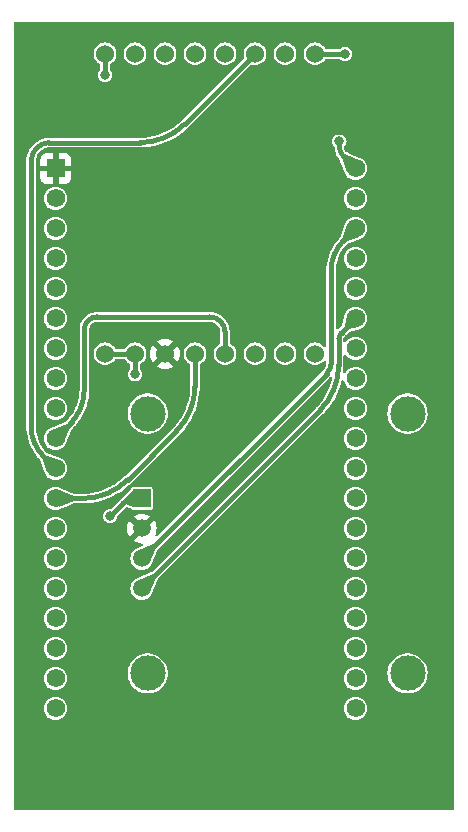
<source format=gbr>
%TF.GenerationSoftware,KiCad,Pcbnew,8.0.2-8.0.2-0~ubuntu20.04.1*%
%TF.CreationDate,2024-11-25T18:09:50+05:30*%
%TF.ProjectId,VayuVani-GS,56617975-5661-46e6-992d-47532e6b6963,rev?*%
%TF.SameCoordinates,Original*%
%TF.FileFunction,Copper,L1,Top*%
%TF.FilePolarity,Positive*%
%FSLAX46Y46*%
G04 Gerber Fmt 4.6, Leading zero omitted, Abs format (unit mm)*
G04 Created by KiCad (PCBNEW 8.0.2-8.0.2-0~ubuntu20.04.1) date 2024-11-25 18:09:50*
%MOMM*%
%LPD*%
G01*
G04 APERTURE LIST*
%TA.AperFunction,ComponentPad*%
%ADD10C,1.524000*%
%TD*%
%TA.AperFunction,ComponentPad*%
%ADD11R,1.560000X1.560000*%
%TD*%
%TA.AperFunction,ComponentPad*%
%ADD12C,1.560000*%
%TD*%
%TA.AperFunction,ComponentPad*%
%ADD13R,1.508000X1.508000*%
%TD*%
%TA.AperFunction,ComponentPad*%
%ADD14C,1.508000*%
%TD*%
%TA.AperFunction,ComponentPad*%
%ADD15C,3.000000*%
%TD*%
%TA.AperFunction,ViaPad*%
%ADD16C,0.800000*%
%TD*%
%TA.AperFunction,Conductor*%
%ADD17C,0.400000*%
%TD*%
%TA.AperFunction,Conductor*%
%ADD18C,0.200000*%
%TD*%
G04 APERTURE END LIST*
D10*
%TO.P,U2,1,GND*%
%TO.N,GND*%
X96690000Y-80180000D03*
%TO.P,U2,2,GND*%
X99230000Y-80180000D03*
%TO.P,U2,3,3.3V*%
%TO.N,+3V3*%
X101770000Y-80180000D03*
%TO.P,U2,4,RESET*%
%TO.N,RESET*%
X104310000Y-80180000D03*
%TO.P,U2,5,DI00*%
%TO.N,DI00*%
X106850000Y-80180000D03*
%TO.P,U2,6,DI01*%
%TO.N,DI01*%
X109390000Y-80180000D03*
%TO.P,U2,7,DI02*%
%TO.N,unconnected-(U2-DI02-Pad7)*%
X111930000Y-80180000D03*
%TO.P,U2,8,DI03*%
%TO.N,unconnected-(U2-DI03-Pad8)*%
X114470000Y-80180000D03*
%TO.P,U2,9,GND*%
%TO.N,GND*%
X96690000Y-54780000D03*
%TO.P,U2,10,DI04*%
%TO.N,unconnected-(U2-DI04-Pad10)*%
X99230000Y-54780000D03*
%TO.P,U2,11,DI05*%
%TO.N,unconnected-(U2-DI05-Pad11)*%
X101770000Y-54780000D03*
%TO.P,U2,12,SCK*%
%TO.N,SCK*%
X104310000Y-54780000D03*
%TO.P,U2,13,MISO*%
%TO.N,MISO*%
X106850000Y-54780000D03*
%TO.P,U2,14,MOSI*%
%TO.N,MOSI*%
X109390000Y-54780000D03*
%TO.P,U2,15,NSS*%
%TO.N,NSS*%
X111930000Y-54780000D03*
%TO.P,U2,16,GND*%
%TO.N,GND*%
X114470000Y-54780000D03*
%TD*%
D11*
%TO.P,U1,J2-1,3V3*%
%TO.N,+3V3*%
X92504000Y-64490000D03*
D12*
%TO.P,U1,J2-2,EN*%
%TO.N,unconnected-(U1-EN-PadJ2-2)*%
X92504000Y-67030000D03*
%TO.P,U1,J2-3,SENSOR_VP*%
%TO.N,unconnected-(U1-SENSOR_VP-PadJ2-3)*%
X92504000Y-69570000D03*
%TO.P,U1,J2-4,SENSOR_VN*%
%TO.N,unconnected-(U1-SENSOR_VN-PadJ2-4)*%
X92504000Y-72110000D03*
%TO.P,U1,J2-5,IO34*%
%TO.N,unconnected-(U1-IO34-PadJ2-5)*%
X92504000Y-74650000D03*
%TO.P,U1,J2-6,IO35*%
%TO.N,unconnected-(U1-IO35-PadJ2-6)*%
X92504000Y-77190000D03*
%TO.P,U1,J2-7,IO32*%
%TO.N,unconnected-(U1-IO32-PadJ2-7)*%
X92504000Y-79730000D03*
%TO.P,U1,J2-8,IO33*%
%TO.N,DI01*%
X92504000Y-82270000D03*
%TO.P,U1,J2-9,IO25*%
%TO.N,unconnected-(U1-IO25-PadJ2-9)*%
X92504000Y-84810000D03*
%TO.P,U1,J2-10,IO26*%
%TO.N,DI00*%
X92504000Y-87350000D03*
%TO.P,U1,J2-11,IO27*%
%TO.N,MOSI*%
X92504000Y-89890000D03*
%TO.P,U1,J2-12,IO14*%
%TO.N,RESET*%
X92504000Y-92430000D03*
%TO.P,U1,J2-13,IO12*%
%TO.N,unconnected-(U1-IO12-PadJ2-13)*%
X92504000Y-94970000D03*
%TO.P,U1,J2-14,GND1*%
%TO.N,unconnected-(U1-GND1-PadJ2-14)*%
X92504000Y-97510000D03*
%TO.P,U1,J2-15,IO13*%
%TO.N,unconnected-(U1-IO13-PadJ2-15)*%
X92504000Y-100050000D03*
%TO.P,U1,J2-16,SD2*%
%TO.N,unconnected-(U1-SD2-PadJ2-16)*%
X92504000Y-102590000D03*
%TO.P,U1,J2-17,SD3*%
%TO.N,unconnected-(U1-SD3-PadJ2-17)*%
X92504000Y-105130000D03*
%TO.P,U1,J2-18,CMD*%
%TO.N,unconnected-(U1-CMD-PadJ2-18)*%
X92504000Y-107670000D03*
%TO.P,U1,J2-19,EXT_5V*%
%TO.N,unconnected-(U1-EXT_5V-PadJ2-19)*%
X92504000Y-110210000D03*
%TO.P,U1,J3-1,GND3*%
%TO.N,GND*%
X117904000Y-64490000D03*
%TO.P,U1,J3-2,IO23*%
%TO.N,unconnected-(U1-IO23-PadJ3-2)*%
X117904000Y-67030000D03*
%TO.P,U1,J3-3,IO22*%
%TO.N,SCL*%
X117904000Y-69570000D03*
%TO.P,U1,J3-4,TXD0*%
%TO.N,unconnected-(U1-TXD0-PadJ3-4)*%
X117904000Y-72110000D03*
%TO.P,U1,J3-5,RXD0*%
%TO.N,unconnected-(U1-RXD0-PadJ3-5)*%
X117904000Y-74650000D03*
%TO.P,U1,J3-6,IO21*%
%TO.N,SDA*%
X117904000Y-77190000D03*
%TO.P,U1,J3-7,GND2*%
%TO.N,unconnected-(U1-GND2-PadJ3-7)*%
X117904000Y-79730000D03*
%TO.P,U1,J3-8,IO19*%
%TO.N,MISO*%
X117904000Y-82270000D03*
%TO.P,U1,J3-9,IO18*%
%TO.N,NSS*%
X117904000Y-84810000D03*
%TO.P,U1,J3-10,IO5*%
%TO.N,SCK*%
X117904000Y-87350000D03*
%TO.P,U1,J3-11,IO17*%
%TO.N,unconnected-(U1-IO17-PadJ3-11)*%
X117904000Y-89890000D03*
%TO.P,U1,J3-12,IO16*%
%TO.N,unconnected-(U1-IO16-PadJ3-12)*%
X117904000Y-92430000D03*
%TO.P,U1,J3-13,IO4*%
%TO.N,unconnected-(U1-IO4-PadJ3-13)*%
X117904000Y-94970000D03*
%TO.P,U1,J3-14,IO0*%
%TO.N,unconnected-(U1-IO0-PadJ3-14)*%
X117904000Y-97510000D03*
%TO.P,U1,J3-15,IO2*%
%TO.N,unconnected-(U1-IO2-PadJ3-15)*%
X117904000Y-100050000D03*
%TO.P,U1,J3-16,IO15*%
%TO.N,unconnected-(U1-IO15-PadJ3-16)*%
X117904000Y-102590000D03*
%TO.P,U1,J3-17,SD1*%
%TO.N,unconnected-(U1-SD1-PadJ3-17)*%
X117904000Y-105130000D03*
%TO.P,U1,J3-18,SD0*%
%TO.N,unconnected-(U1-SD0-PadJ3-18)*%
X117904000Y-107670000D03*
%TO.P,U1,J3-19,CLK*%
%TO.N,unconnected-(U1-CLK-PadJ3-19)*%
X117904000Y-110210000D03*
%TD*%
D13*
%TO.P,U3,1,GND*%
%TO.N,GND*%
X99802500Y-92430000D03*
D14*
%TO.P,U3,2,VCC_IN*%
%TO.N,+3V3*%
X99802500Y-94970000D03*
%TO.P,U3,3,SCL*%
%TO.N,SCL*%
X99802500Y-97510000D03*
%TO.P,U3,4,SDA*%
%TO.N,SDA*%
X99802500Y-100050000D03*
D15*
%TO.P,U3,S1*%
%TO.N,N/C*%
X100302500Y-85240000D03*
%TO.P,U3,S2*%
X100302500Y-107240000D03*
%TO.P,U3,S3*%
X122302500Y-107240000D03*
%TO.P,U3,S4*%
X122302500Y-85240000D03*
%TD*%
D16*
%TO.N,GND*%
X96690000Y-56580000D03*
X116530000Y-62200000D03*
X117010000Y-54800000D03*
X97130000Y-93930000D03*
X99240000Y-81920000D03*
%TO.N,+3V3*%
X94910000Y-64340000D03*
%TD*%
D17*
%TO.N,SDA*%
X116824000Y-78270000D02*
X116735500Y-78358500D01*
X117089500Y-78004500D02*
X117111625Y-77982375D01*
X116713375Y-78380625D02*
X116669125Y-78424875D01*
X116647000Y-78447000D02*
X116669125Y-78424875D01*
X117709000Y-77385000D02*
X117904000Y-77190000D01*
X114876207Y-84976292D02*
X99802500Y-100050000D01*
X117244375Y-77849625D02*
X117111625Y-77982375D01*
X117001000Y-78093000D02*
X116912500Y-78181500D01*
X116470000Y-78874315D02*
X116470000Y-81128536D01*
X117089500Y-78004500D02*
X117001000Y-78093000D01*
X117709000Y-77385000D02*
X117355000Y-77739000D01*
X117244375Y-77849625D02*
X117355000Y-77739000D01*
X116713375Y-78380625D02*
X116735500Y-78358500D01*
X116912500Y-78181500D02*
X116824000Y-78270000D01*
X116470000Y-81128536D02*
G75*
G02*
X114876200Y-84976285I-5441600J36D01*
G01*
X116647000Y-78447000D02*
G75*
G03*
X116470007Y-78874315I427300J-427300D01*
G01*
%TO.N,DI00*%
X93717000Y-86137000D02*
X92504000Y-87350000D01*
X105535527Y-77050000D02*
X96022548Y-77050000D01*
X106850000Y-78364472D02*
X106850000Y-80180000D01*
X92679000Y-86776000D02*
X92854000Y-86776000D01*
D18*
X92504000Y-87063000D02*
X92504000Y-86951000D01*
D17*
X94930000Y-78142548D02*
X94930000Y-83208558D01*
X92706939Y-87147060D02*
X93918000Y-85936000D01*
X92504000Y-86951000D02*
G75*
G02*
X92679000Y-86776000I175000J0D01*
G01*
X95250000Y-77370000D02*
G75*
G03*
X94930020Y-78142548I772500J-772500D01*
G01*
X106850000Y-78364472D02*
G75*
G03*
X106464992Y-77435008I-1314500J-28D01*
G01*
X95250000Y-77370000D02*
G75*
G02*
X96022548Y-77050020I772500J-772500D01*
G01*
D18*
X92504000Y-87063000D02*
G75*
G03*
X92706964Y-87147085I118900J0D01*
G01*
D17*
X94930000Y-83208558D02*
G75*
G02*
X93717033Y-86137033I-4141500J-42D01*
G01*
X105535527Y-77050000D02*
G75*
G02*
X106464992Y-77435008I-27J-1314500D01*
G01*
%TO.N,RESET*%
X94776036Y-92430000D02*
X92504000Y-92430000D01*
X102716207Y-86743792D02*
X98623792Y-90836207D01*
X104310000Y-82896036D02*
X104310000Y-80180000D01*
X102716207Y-86743792D02*
G75*
G03*
X104310010Y-82896036I-3847807J3847792D01*
G01*
X98623792Y-90836207D02*
G75*
G02*
X94776036Y-92430010I-3847792J3847807D01*
G01*
%TO.N,MOSI*%
X91472000Y-88858000D02*
X92504000Y-89890000D01*
X103463792Y-60706207D02*
X109390000Y-54780000D01*
X99616036Y-62300000D02*
X91976396Y-62300000D01*
X90440000Y-63836396D02*
X90440000Y-86366531D01*
X90440000Y-86366531D02*
G75*
G03*
X91472009Y-88857991I3523500J31D01*
G01*
X91976396Y-62300000D02*
G75*
G03*
X90890001Y-62750001I4J-1536400D01*
G01*
X103463792Y-60706207D02*
G75*
G02*
X99616036Y-62300010I-3847792J3847807D01*
G01*
X90890000Y-62750000D02*
G75*
G03*
X90439998Y-63836396I1086400J-1086400D01*
G01*
%TO.N,GND*%
X99230000Y-80180000D02*
X96690000Y-80180000D01*
X116853854Y-63439854D02*
X117904000Y-64490000D01*
D18*
X116530000Y-62200000D02*
X116530000Y-62270000D01*
D17*
X116975857Y-54780000D02*
X114470000Y-54780000D01*
D18*
X117000000Y-54790000D02*
X117010000Y-54800000D01*
X99240000Y-81920000D02*
X99220000Y-81760000D01*
D17*
X99216250Y-92430000D02*
X99802500Y-92430000D01*
D18*
X99240000Y-81920000D02*
X99235000Y-81835000D01*
D17*
X97130000Y-93930000D02*
X98215458Y-92844541D01*
X116530000Y-62658000D02*
X116530000Y-62200000D01*
X99230000Y-80180000D02*
X99230000Y-81664853D01*
X96690000Y-56580000D02*
X96690000Y-54780000D01*
X99235000Y-81835000D02*
G75*
G02*
X99230002Y-81664853I2891900J170100D01*
G01*
D18*
X117000000Y-54790000D02*
G75*
G03*
X116975857Y-54780017I-24100J-24100D01*
G01*
D17*
X98215458Y-92844541D02*
G75*
G02*
X99216250Y-92430025I1000742J-1000759D01*
G01*
X116530000Y-62658000D02*
G75*
G03*
X116853856Y-63439852I1105700J0D01*
G01*
D18*
%TO.N,+3V3*%
X94835000Y-64415000D02*
X94910000Y-64340000D01*
D17*
X94653933Y-64490000D02*
X92504000Y-64490000D01*
D18*
X94835000Y-64415000D02*
G75*
G02*
X94653933Y-64490014I-181100J181100D01*
G01*
D17*
%TO.N,SCL*%
X115450640Y-81861859D02*
X99802500Y-97510000D01*
X116872000Y-70602000D02*
X117904000Y-69570000D01*
X115840000Y-80921861D02*
X115840000Y-73093468D01*
X115450640Y-81861859D02*
G75*
G03*
X115839960Y-80921861I-940040J939959D01*
G01*
X116872000Y-70602000D02*
G75*
G03*
X115839987Y-73093468I2491500J-2491500D01*
G01*
%TD*%
%TA.AperFunction,Conductor*%
%TO.N,+3V3*%
G36*
X126212539Y-52080185D02*
G01*
X126258294Y-52132989D01*
X126269500Y-52184500D01*
X126269500Y-118665500D01*
X126249815Y-118732539D01*
X126197011Y-118778294D01*
X126145500Y-118789500D01*
X89064500Y-118789500D01*
X88997461Y-118769815D01*
X88951706Y-118717011D01*
X88940500Y-118665500D01*
X88940500Y-110210000D01*
X91518756Y-110210000D01*
X91537686Y-110402210D01*
X91537687Y-110402212D01*
X91593753Y-110587037D01*
X91684800Y-110757372D01*
X91684802Y-110757374D01*
X91807326Y-110906673D01*
X91897507Y-110980681D01*
X91956628Y-111029200D01*
X92126963Y-111120247D01*
X92311788Y-111176313D01*
X92504000Y-111195244D01*
X92696212Y-111176313D01*
X92881037Y-111120247D01*
X93051372Y-111029200D01*
X93200673Y-110906673D01*
X93323200Y-110757372D01*
X93414247Y-110587037D01*
X93470313Y-110402212D01*
X93489244Y-110210000D01*
X116918756Y-110210000D01*
X116937686Y-110402210D01*
X116937687Y-110402212D01*
X116993753Y-110587037D01*
X117084800Y-110757372D01*
X117084802Y-110757374D01*
X117207326Y-110906673D01*
X117297507Y-110980681D01*
X117356628Y-111029200D01*
X117526963Y-111120247D01*
X117711788Y-111176313D01*
X117904000Y-111195244D01*
X118096212Y-111176313D01*
X118281037Y-111120247D01*
X118451372Y-111029200D01*
X118600673Y-110906673D01*
X118723200Y-110757372D01*
X118814247Y-110587037D01*
X118870313Y-110402212D01*
X118889244Y-110210000D01*
X118870313Y-110017788D01*
X118814247Y-109832963D01*
X118723200Y-109662628D01*
X118674681Y-109603507D01*
X118600673Y-109513326D01*
X118451374Y-109390802D01*
X118451375Y-109390802D01*
X118451372Y-109390800D01*
X118281037Y-109299753D01*
X118188624Y-109271720D01*
X118096210Y-109243686D01*
X117904000Y-109224756D01*
X117711789Y-109243686D01*
X117526960Y-109299754D01*
X117424154Y-109354706D01*
X117356628Y-109390800D01*
X117356626Y-109390801D01*
X117356625Y-109390802D01*
X117207326Y-109513326D01*
X117084802Y-109662625D01*
X116993754Y-109832960D01*
X116937686Y-110017789D01*
X116918756Y-110210000D01*
X93489244Y-110210000D01*
X93470313Y-110017788D01*
X93414247Y-109832963D01*
X93323200Y-109662628D01*
X93274681Y-109603507D01*
X93200673Y-109513326D01*
X93051374Y-109390802D01*
X93051375Y-109390802D01*
X93051372Y-109390800D01*
X92881037Y-109299753D01*
X92788624Y-109271720D01*
X92696210Y-109243686D01*
X92504000Y-109224756D01*
X92311789Y-109243686D01*
X92126960Y-109299754D01*
X92024154Y-109354706D01*
X91956628Y-109390800D01*
X91956626Y-109390801D01*
X91956625Y-109390802D01*
X91807326Y-109513326D01*
X91684802Y-109662625D01*
X91593754Y-109832960D01*
X91537686Y-110017789D01*
X91518756Y-110210000D01*
X88940500Y-110210000D01*
X88940500Y-107670000D01*
X91518756Y-107670000D01*
X91537686Y-107862210D01*
X91537687Y-107862212D01*
X91593753Y-108047037D01*
X91684800Y-108217372D01*
X91684802Y-108217374D01*
X91807326Y-108366673D01*
X91897507Y-108440681D01*
X91956628Y-108489200D01*
X92126963Y-108580247D01*
X92311788Y-108636313D01*
X92504000Y-108655244D01*
X92696212Y-108636313D01*
X92881037Y-108580247D01*
X93051372Y-108489200D01*
X93200673Y-108366673D01*
X93323200Y-108217372D01*
X93414247Y-108047037D01*
X93470313Y-107862212D01*
X93489244Y-107670000D01*
X93470313Y-107477788D01*
X93414247Y-107292963D01*
X93385935Y-107239995D01*
X98597232Y-107239995D01*
X98597232Y-107240004D01*
X98616277Y-107494154D01*
X98616278Y-107494157D01*
X98672992Y-107742637D01*
X98766107Y-107979888D01*
X98893541Y-108200612D01*
X99052450Y-108399877D01*
X99239283Y-108573232D01*
X99449866Y-108716805D01*
X99449871Y-108716807D01*
X99449872Y-108716808D01*
X99449873Y-108716809D01*
X99571828Y-108775538D01*
X99679492Y-108827387D01*
X99679493Y-108827387D01*
X99679496Y-108827389D01*
X99923042Y-108902513D01*
X100175065Y-108940500D01*
X100429935Y-108940500D01*
X100681958Y-108902513D01*
X100925504Y-108827389D01*
X101155134Y-108716805D01*
X101365717Y-108573232D01*
X101552550Y-108399877D01*
X101711459Y-108200612D01*
X101838893Y-107979888D01*
X101932008Y-107742637D01*
X101948587Y-107670000D01*
X116918756Y-107670000D01*
X116937686Y-107862210D01*
X116937687Y-107862212D01*
X116993753Y-108047037D01*
X117084800Y-108217372D01*
X117084802Y-108217374D01*
X117207326Y-108366673D01*
X117297507Y-108440681D01*
X117356628Y-108489200D01*
X117526963Y-108580247D01*
X117711788Y-108636313D01*
X117904000Y-108655244D01*
X118096212Y-108636313D01*
X118281037Y-108580247D01*
X118451372Y-108489200D01*
X118600673Y-108366673D01*
X118723200Y-108217372D01*
X118814247Y-108047037D01*
X118870313Y-107862212D01*
X118889244Y-107670000D01*
X118870313Y-107477788D01*
X118814247Y-107292963D01*
X118785935Y-107239995D01*
X120597232Y-107239995D01*
X120597232Y-107240004D01*
X120616277Y-107494154D01*
X120616278Y-107494157D01*
X120672992Y-107742637D01*
X120766107Y-107979888D01*
X120893541Y-108200612D01*
X121052450Y-108399877D01*
X121239283Y-108573232D01*
X121449866Y-108716805D01*
X121449871Y-108716807D01*
X121449872Y-108716808D01*
X121449873Y-108716809D01*
X121571828Y-108775538D01*
X121679492Y-108827387D01*
X121679493Y-108827387D01*
X121679496Y-108827389D01*
X121923042Y-108902513D01*
X122175065Y-108940500D01*
X122429935Y-108940500D01*
X122681958Y-108902513D01*
X122925504Y-108827389D01*
X123155134Y-108716805D01*
X123365717Y-108573232D01*
X123552550Y-108399877D01*
X123711459Y-108200612D01*
X123838893Y-107979888D01*
X123932008Y-107742637D01*
X123988722Y-107494157D01*
X124007768Y-107240000D01*
X123998972Y-107122628D01*
X123988722Y-106985845D01*
X123957899Y-106850802D01*
X123932008Y-106737363D01*
X123838893Y-106500112D01*
X123711459Y-106279388D01*
X123552550Y-106080123D01*
X123365717Y-105906768D01*
X123155134Y-105763195D01*
X123155130Y-105763193D01*
X123155127Y-105763191D01*
X123155126Y-105763190D01*
X122925506Y-105652612D01*
X122925508Y-105652612D01*
X122681966Y-105577489D01*
X122681962Y-105577488D01*
X122681958Y-105577487D01*
X122560731Y-105559214D01*
X122429940Y-105539500D01*
X122429935Y-105539500D01*
X122175065Y-105539500D01*
X122175059Y-105539500D01*
X122018109Y-105563157D01*
X121923042Y-105577487D01*
X121923039Y-105577488D01*
X121923033Y-105577489D01*
X121679492Y-105652612D01*
X121449873Y-105763190D01*
X121449872Y-105763191D01*
X121239282Y-105906768D01*
X121052452Y-106080121D01*
X121052450Y-106080123D01*
X120893541Y-106279388D01*
X120766108Y-106500109D01*
X120672992Y-106737362D01*
X120672990Y-106737369D01*
X120616277Y-106985845D01*
X120597232Y-107239995D01*
X118785935Y-107239995D01*
X118723200Y-107122628D01*
X118674681Y-107063507D01*
X118600673Y-106973326D01*
X118451374Y-106850802D01*
X118451375Y-106850802D01*
X118451372Y-106850800D01*
X118281037Y-106759753D01*
X118188624Y-106731720D01*
X118096210Y-106703686D01*
X117904000Y-106684756D01*
X117711789Y-106703686D01*
X117526960Y-106759754D01*
X117424154Y-106814706D01*
X117356628Y-106850800D01*
X117356626Y-106850801D01*
X117356625Y-106850802D01*
X117207326Y-106973326D01*
X117084802Y-107122625D01*
X116993754Y-107292960D01*
X116937686Y-107477789D01*
X116918756Y-107670000D01*
X101948587Y-107670000D01*
X101988722Y-107494157D01*
X102007768Y-107240000D01*
X101998972Y-107122628D01*
X101988722Y-106985845D01*
X101957899Y-106850802D01*
X101932008Y-106737363D01*
X101838893Y-106500112D01*
X101711459Y-106279388D01*
X101552550Y-106080123D01*
X101365717Y-105906768D01*
X101155134Y-105763195D01*
X101155130Y-105763193D01*
X101155127Y-105763191D01*
X101155126Y-105763190D01*
X100925506Y-105652612D01*
X100925508Y-105652612D01*
X100681966Y-105577489D01*
X100681962Y-105577488D01*
X100681958Y-105577487D01*
X100560731Y-105559214D01*
X100429940Y-105539500D01*
X100429935Y-105539500D01*
X100175065Y-105539500D01*
X100175059Y-105539500D01*
X100018109Y-105563157D01*
X99923042Y-105577487D01*
X99923039Y-105577488D01*
X99923033Y-105577489D01*
X99679492Y-105652612D01*
X99449873Y-105763190D01*
X99449872Y-105763191D01*
X99239282Y-105906768D01*
X99052452Y-106080121D01*
X99052450Y-106080123D01*
X98893541Y-106279388D01*
X98766108Y-106500109D01*
X98672992Y-106737362D01*
X98672990Y-106737369D01*
X98616277Y-106985845D01*
X98597232Y-107239995D01*
X93385935Y-107239995D01*
X93323200Y-107122628D01*
X93274681Y-107063507D01*
X93200673Y-106973326D01*
X93051374Y-106850802D01*
X93051375Y-106850802D01*
X93051372Y-106850800D01*
X92881037Y-106759753D01*
X92788624Y-106731720D01*
X92696210Y-106703686D01*
X92504000Y-106684756D01*
X92311789Y-106703686D01*
X92126960Y-106759754D01*
X92024154Y-106814706D01*
X91956628Y-106850800D01*
X91956626Y-106850801D01*
X91956625Y-106850802D01*
X91807326Y-106973326D01*
X91684802Y-107122625D01*
X91593754Y-107292960D01*
X91537686Y-107477789D01*
X91518756Y-107670000D01*
X88940500Y-107670000D01*
X88940500Y-105130000D01*
X91518756Y-105130000D01*
X91537686Y-105322210D01*
X91537687Y-105322212D01*
X91593753Y-105507037D01*
X91684800Y-105677372D01*
X91684802Y-105677374D01*
X91807326Y-105826673D01*
X91897507Y-105900681D01*
X91956628Y-105949200D01*
X92126963Y-106040247D01*
X92311788Y-106096313D01*
X92504000Y-106115244D01*
X92696212Y-106096313D01*
X92881037Y-106040247D01*
X93051372Y-105949200D01*
X93200673Y-105826673D01*
X93323200Y-105677372D01*
X93414247Y-105507037D01*
X93470313Y-105322212D01*
X93489244Y-105130000D01*
X116918756Y-105130000D01*
X116937686Y-105322210D01*
X116937687Y-105322212D01*
X116993753Y-105507037D01*
X117084800Y-105677372D01*
X117084802Y-105677374D01*
X117207326Y-105826673D01*
X117297507Y-105900681D01*
X117356628Y-105949200D01*
X117526963Y-106040247D01*
X117711788Y-106096313D01*
X117904000Y-106115244D01*
X118096212Y-106096313D01*
X118281037Y-106040247D01*
X118451372Y-105949200D01*
X118600673Y-105826673D01*
X118723200Y-105677372D01*
X118814247Y-105507037D01*
X118870313Y-105322212D01*
X118889244Y-105130000D01*
X118870313Y-104937788D01*
X118814247Y-104752963D01*
X118723200Y-104582628D01*
X118674681Y-104523507D01*
X118600673Y-104433326D01*
X118451374Y-104310802D01*
X118451375Y-104310802D01*
X118451372Y-104310800D01*
X118281037Y-104219753D01*
X118188624Y-104191720D01*
X118096210Y-104163686D01*
X117904000Y-104144756D01*
X117711789Y-104163686D01*
X117526960Y-104219754D01*
X117424154Y-104274706D01*
X117356628Y-104310800D01*
X117356626Y-104310801D01*
X117356625Y-104310802D01*
X117207326Y-104433326D01*
X117084802Y-104582625D01*
X116993754Y-104752960D01*
X116937686Y-104937789D01*
X116918756Y-105130000D01*
X93489244Y-105130000D01*
X93470313Y-104937788D01*
X93414247Y-104752963D01*
X93323200Y-104582628D01*
X93274681Y-104523507D01*
X93200673Y-104433326D01*
X93051374Y-104310802D01*
X93051375Y-104310802D01*
X93051372Y-104310800D01*
X92881037Y-104219753D01*
X92788624Y-104191720D01*
X92696210Y-104163686D01*
X92504000Y-104144756D01*
X92311789Y-104163686D01*
X92126960Y-104219754D01*
X92024154Y-104274706D01*
X91956628Y-104310800D01*
X91956626Y-104310801D01*
X91956625Y-104310802D01*
X91807326Y-104433326D01*
X91684802Y-104582625D01*
X91593754Y-104752960D01*
X91537686Y-104937789D01*
X91518756Y-105130000D01*
X88940500Y-105130000D01*
X88940500Y-102590000D01*
X91518756Y-102590000D01*
X91537686Y-102782210D01*
X91537687Y-102782212D01*
X91593753Y-102967037D01*
X91684800Y-103137372D01*
X91684802Y-103137374D01*
X91807326Y-103286673D01*
X91897507Y-103360681D01*
X91956628Y-103409200D01*
X92126963Y-103500247D01*
X92311788Y-103556313D01*
X92504000Y-103575244D01*
X92696212Y-103556313D01*
X92881037Y-103500247D01*
X93051372Y-103409200D01*
X93200673Y-103286673D01*
X93323200Y-103137372D01*
X93414247Y-102967037D01*
X93470313Y-102782212D01*
X93489244Y-102590000D01*
X116918756Y-102590000D01*
X116937686Y-102782210D01*
X116937687Y-102782212D01*
X116993753Y-102967037D01*
X117084800Y-103137372D01*
X117084802Y-103137374D01*
X117207326Y-103286673D01*
X117297507Y-103360681D01*
X117356628Y-103409200D01*
X117526963Y-103500247D01*
X117711788Y-103556313D01*
X117904000Y-103575244D01*
X118096212Y-103556313D01*
X118281037Y-103500247D01*
X118451372Y-103409200D01*
X118600673Y-103286673D01*
X118723200Y-103137372D01*
X118814247Y-102967037D01*
X118870313Y-102782212D01*
X118889244Y-102590000D01*
X118870313Y-102397788D01*
X118814247Y-102212963D01*
X118723200Y-102042628D01*
X118674681Y-101983507D01*
X118600673Y-101893326D01*
X118451374Y-101770802D01*
X118451375Y-101770802D01*
X118451372Y-101770800D01*
X118281037Y-101679753D01*
X118188624Y-101651720D01*
X118096210Y-101623686D01*
X117904000Y-101604756D01*
X117711789Y-101623686D01*
X117526960Y-101679754D01*
X117424154Y-101734706D01*
X117356628Y-101770800D01*
X117356626Y-101770801D01*
X117356625Y-101770802D01*
X117207326Y-101893326D01*
X117084802Y-102042625D01*
X116993754Y-102212960D01*
X116937686Y-102397789D01*
X116918756Y-102590000D01*
X93489244Y-102590000D01*
X93470313Y-102397788D01*
X93414247Y-102212963D01*
X93323200Y-102042628D01*
X93274681Y-101983507D01*
X93200673Y-101893326D01*
X93051374Y-101770802D01*
X93051375Y-101770802D01*
X93051372Y-101770800D01*
X92881037Y-101679753D01*
X92788624Y-101651720D01*
X92696210Y-101623686D01*
X92504000Y-101604756D01*
X92311789Y-101623686D01*
X92126960Y-101679754D01*
X92024154Y-101734706D01*
X91956628Y-101770800D01*
X91956626Y-101770801D01*
X91956625Y-101770802D01*
X91807326Y-101893326D01*
X91684802Y-102042625D01*
X91593754Y-102212960D01*
X91537686Y-102397789D01*
X91518756Y-102590000D01*
X88940500Y-102590000D01*
X88940500Y-100050000D01*
X91518756Y-100050000D01*
X91537686Y-100242210D01*
X91537687Y-100242212D01*
X91593753Y-100427037D01*
X91684800Y-100597372D01*
X91684802Y-100597374D01*
X91807326Y-100746673D01*
X91897507Y-100820681D01*
X91956628Y-100869200D01*
X92126963Y-100960247D01*
X92311788Y-101016313D01*
X92504000Y-101035244D01*
X92696212Y-101016313D01*
X92881037Y-100960247D01*
X93051372Y-100869200D01*
X93200673Y-100746673D01*
X93323200Y-100597372D01*
X93414247Y-100427037D01*
X93470313Y-100242212D01*
X93489244Y-100050000D01*
X93470313Y-99857788D01*
X93414247Y-99672963D01*
X93323200Y-99502628D01*
X93274681Y-99443507D01*
X93200673Y-99353326D01*
X93051374Y-99230802D01*
X93051375Y-99230802D01*
X93051372Y-99230800D01*
X92881037Y-99139753D01*
X92788624Y-99111720D01*
X92696210Y-99083686D01*
X92504000Y-99064756D01*
X92311789Y-99083686D01*
X92126960Y-99139754D01*
X92081804Y-99163891D01*
X91956628Y-99230800D01*
X91956626Y-99230801D01*
X91956625Y-99230802D01*
X91807326Y-99353326D01*
X91684802Y-99502625D01*
X91684800Y-99502628D01*
X91677039Y-99517148D01*
X91593754Y-99672960D01*
X91537686Y-99857789D01*
X91518756Y-100050000D01*
X88940500Y-100050000D01*
X88940500Y-97510000D01*
X91518756Y-97510000D01*
X91537686Y-97702210D01*
X91537687Y-97702212D01*
X91593753Y-97887037D01*
X91684800Y-98057372D01*
X91684802Y-98057374D01*
X91807326Y-98206673D01*
X91897507Y-98280681D01*
X91956628Y-98329200D01*
X92126963Y-98420247D01*
X92311788Y-98476313D01*
X92504000Y-98495244D01*
X92696212Y-98476313D01*
X92881037Y-98420247D01*
X93051372Y-98329200D01*
X93200673Y-98206673D01*
X93323200Y-98057372D01*
X93414247Y-97887037D01*
X93470313Y-97702212D01*
X93489244Y-97510000D01*
X93470313Y-97317788D01*
X93414247Y-97132963D01*
X93323200Y-96962628D01*
X93274681Y-96903507D01*
X93200673Y-96813326D01*
X93051374Y-96690802D01*
X93051375Y-96690802D01*
X93051372Y-96690800D01*
X92881037Y-96599753D01*
X92788624Y-96571720D01*
X92696210Y-96543686D01*
X92504000Y-96524756D01*
X92311789Y-96543686D01*
X92126960Y-96599754D01*
X92081804Y-96623891D01*
X91956628Y-96690800D01*
X91956626Y-96690801D01*
X91956625Y-96690802D01*
X91807326Y-96813326D01*
X91684802Y-96962625D01*
X91684800Y-96962628D01*
X91677039Y-96977148D01*
X91593754Y-97132960D01*
X91537686Y-97317789D01*
X91518756Y-97510000D01*
X88940500Y-97510000D01*
X88940500Y-94970000D01*
X91518756Y-94970000D01*
X91537686Y-95162210D01*
X91537687Y-95162212D01*
X91593753Y-95347037D01*
X91684800Y-95517372D01*
X91684802Y-95517374D01*
X91807326Y-95666673D01*
X91897507Y-95740681D01*
X91956628Y-95789200D01*
X92126963Y-95880247D01*
X92311788Y-95936313D01*
X92504000Y-95955244D01*
X92696212Y-95936313D01*
X92881037Y-95880247D01*
X93051372Y-95789200D01*
X93200673Y-95666673D01*
X93323200Y-95517372D01*
X93414247Y-95347037D01*
X93470313Y-95162212D01*
X93489244Y-94970000D01*
X93489244Y-94969999D01*
X98543710Y-94969999D01*
X98543710Y-94970000D01*
X98562833Y-95188582D01*
X98562835Y-95188592D01*
X98619621Y-95400524D01*
X98619625Y-95400533D01*
X98712354Y-95599392D01*
X98756503Y-95662443D01*
X99319537Y-95099409D01*
X99336575Y-95162993D01*
X99402401Y-95277007D01*
X99495493Y-95370099D01*
X99609507Y-95435925D01*
X99673090Y-95452962D01*
X99110055Y-96015996D01*
X99173101Y-96060142D01*
X99173105Y-96060144D01*
X99371966Y-96152874D01*
X99371975Y-96152878D01*
X99583907Y-96209664D01*
X99583918Y-96209666D01*
X99776054Y-96226476D01*
X99841123Y-96251928D01*
X99882102Y-96308519D01*
X99885980Y-96378281D01*
X99851526Y-96439065D01*
X99813383Y-96464280D01*
X99442745Y-96620403D01*
X99435785Y-96623717D01*
X99269648Y-96712519D01*
X99269642Y-96712523D01*
X99124300Y-96831800D01*
X99005023Y-96977142D01*
X99005018Y-96977148D01*
X98916391Y-97142959D01*
X98861811Y-97322882D01*
X98861810Y-97322884D01*
X98843382Y-97510000D01*
X98861810Y-97697115D01*
X98861811Y-97697117D01*
X98916391Y-97877040D01*
X99005018Y-98042851D01*
X99005023Y-98042857D01*
X99124300Y-98188199D01*
X99269642Y-98307476D01*
X99269648Y-98307481D01*
X99435459Y-98396108D01*
X99435461Y-98396109D01*
X99615382Y-98450688D01*
X99615384Y-98450689D01*
X99632160Y-98452341D01*
X99802500Y-98469118D01*
X99989615Y-98450689D01*
X100169539Y-98396109D01*
X100230873Y-98363324D01*
X100335351Y-98307481D01*
X100335353Y-98307478D01*
X100335357Y-98307477D01*
X100480699Y-98188199D01*
X100599977Y-98042857D01*
X100688609Y-97877039D01*
X100688610Y-97877034D01*
X100688801Y-97876678D01*
X100692038Y-97869890D01*
X100692998Y-97867612D01*
X101179721Y-96712119D01*
X101206312Y-96672579D01*
X115684759Y-82194130D01*
X115684777Y-82194116D01*
X115693129Y-82185763D01*
X115693132Y-82185762D01*
X115697950Y-82180942D01*
X115698074Y-82180875D01*
X115729702Y-82149244D01*
X115791023Y-82115755D01*
X115860715Y-82120736D01*
X115916651Y-82162603D01*
X115941073Y-82228066D01*
X115939007Y-82261110D01*
X115931160Y-82300562D01*
X115928886Y-82310031D01*
X115824091Y-82681602D01*
X115821083Y-82690862D01*
X115687450Y-83053086D01*
X115683724Y-83062081D01*
X115522085Y-83412702D01*
X115517664Y-83421377D01*
X115329026Y-83758214D01*
X115323939Y-83766516D01*
X115109442Y-84087532D01*
X115103719Y-84095409D01*
X114864700Y-84398604D01*
X114858377Y-84406007D01*
X114594470Y-84691500D01*
X114591098Y-84695008D01*
X114555728Y-84730379D01*
X100639926Y-98646179D01*
X100600381Y-98672774D01*
X99442745Y-99160403D01*
X99435785Y-99163717D01*
X99269648Y-99252519D01*
X99269642Y-99252523D01*
X99124300Y-99371800D01*
X99005023Y-99517142D01*
X99005018Y-99517148D01*
X98916391Y-99682959D01*
X98861811Y-99862882D01*
X98861810Y-99862884D01*
X98843382Y-100050000D01*
X98861810Y-100237115D01*
X98861811Y-100237117D01*
X98916391Y-100417040D01*
X99005018Y-100582851D01*
X99005023Y-100582857D01*
X99124300Y-100728199D01*
X99269642Y-100847476D01*
X99269648Y-100847481D01*
X99435459Y-100936108D01*
X99435461Y-100936109D01*
X99615382Y-100990688D01*
X99615384Y-100990689D01*
X99632160Y-100992341D01*
X99802500Y-101009118D01*
X99989615Y-100990689D01*
X100169539Y-100936109D01*
X100230873Y-100903324D01*
X100335351Y-100847481D01*
X100335353Y-100847478D01*
X100335357Y-100847477D01*
X100480699Y-100728199D01*
X100599977Y-100582857D01*
X100688609Y-100417039D01*
X100688610Y-100417034D01*
X100688801Y-100416678D01*
X100692038Y-100409890D01*
X100692998Y-100407612D01*
X100843633Y-100050000D01*
X116918756Y-100050000D01*
X116937686Y-100242210D01*
X116937687Y-100242212D01*
X116993753Y-100427037D01*
X117084800Y-100597372D01*
X117084802Y-100597374D01*
X117207326Y-100746673D01*
X117297507Y-100820681D01*
X117356628Y-100869200D01*
X117526963Y-100960247D01*
X117711788Y-101016313D01*
X117904000Y-101035244D01*
X118096212Y-101016313D01*
X118281037Y-100960247D01*
X118451372Y-100869200D01*
X118600673Y-100746673D01*
X118723200Y-100597372D01*
X118814247Y-100427037D01*
X118870313Y-100242212D01*
X118889244Y-100050000D01*
X118870313Y-99857788D01*
X118814247Y-99672963D01*
X118723200Y-99502628D01*
X118674681Y-99443507D01*
X118600673Y-99353326D01*
X118451374Y-99230802D01*
X118451375Y-99230802D01*
X118451372Y-99230800D01*
X118281037Y-99139753D01*
X118188624Y-99111720D01*
X118096210Y-99083686D01*
X117904000Y-99064756D01*
X117711789Y-99083686D01*
X117526960Y-99139754D01*
X117481804Y-99163891D01*
X117356628Y-99230800D01*
X117356626Y-99230801D01*
X117356625Y-99230802D01*
X117207326Y-99353326D01*
X117084802Y-99502625D01*
X117084800Y-99502628D01*
X117077039Y-99517148D01*
X116993754Y-99672960D01*
X116937686Y-99857789D01*
X116918756Y-100050000D01*
X100843633Y-100050000D01*
X101179721Y-99252119D01*
X101206312Y-99212579D01*
X102908891Y-97510000D01*
X116918756Y-97510000D01*
X116937686Y-97702210D01*
X116937687Y-97702212D01*
X116993753Y-97887037D01*
X117084800Y-98057372D01*
X117084802Y-98057374D01*
X117207326Y-98206673D01*
X117297507Y-98280681D01*
X117356628Y-98329200D01*
X117526963Y-98420247D01*
X117711788Y-98476313D01*
X117904000Y-98495244D01*
X118096212Y-98476313D01*
X118281037Y-98420247D01*
X118451372Y-98329200D01*
X118600673Y-98206673D01*
X118723200Y-98057372D01*
X118814247Y-97887037D01*
X118870313Y-97702212D01*
X118889244Y-97510000D01*
X118870313Y-97317788D01*
X118814247Y-97132963D01*
X118723200Y-96962628D01*
X118674681Y-96903507D01*
X118600673Y-96813326D01*
X118451374Y-96690802D01*
X118451375Y-96690802D01*
X118451372Y-96690800D01*
X118281037Y-96599753D01*
X118188624Y-96571720D01*
X118096210Y-96543686D01*
X117904000Y-96524756D01*
X117711789Y-96543686D01*
X117526960Y-96599754D01*
X117481804Y-96623891D01*
X117356628Y-96690800D01*
X117356626Y-96690801D01*
X117356625Y-96690802D01*
X117207326Y-96813326D01*
X117084802Y-96962625D01*
X117084800Y-96962628D01*
X117077039Y-96977148D01*
X116993754Y-97132960D01*
X116937686Y-97317789D01*
X116918756Y-97510000D01*
X102908891Y-97510000D01*
X105448890Y-94970000D01*
X116918756Y-94970000D01*
X116937686Y-95162210D01*
X116937687Y-95162212D01*
X116993753Y-95347037D01*
X117084800Y-95517372D01*
X117084802Y-95517374D01*
X117207326Y-95666673D01*
X117297507Y-95740681D01*
X117356628Y-95789200D01*
X117526963Y-95880247D01*
X117711788Y-95936313D01*
X117904000Y-95955244D01*
X118096212Y-95936313D01*
X118281037Y-95880247D01*
X118451372Y-95789200D01*
X118600673Y-95666673D01*
X118723200Y-95517372D01*
X118814247Y-95347037D01*
X118870313Y-95162212D01*
X118889244Y-94970000D01*
X118870313Y-94777788D01*
X118814247Y-94592963D01*
X118723200Y-94422628D01*
X118604144Y-94277556D01*
X118600673Y-94273326D01*
X118451374Y-94150802D01*
X118451375Y-94150802D01*
X118451372Y-94150800D01*
X118281037Y-94059753D01*
X118188624Y-94031720D01*
X118096210Y-94003686D01*
X117904000Y-93984756D01*
X117711789Y-94003686D01*
X117526960Y-94059754D01*
X117476433Y-94086762D01*
X117356628Y-94150800D01*
X117356626Y-94150801D01*
X117356625Y-94150802D01*
X117207326Y-94273326D01*
X117084802Y-94422625D01*
X116993754Y-94592960D01*
X116937686Y-94777789D01*
X116918756Y-94970000D01*
X105448890Y-94970000D01*
X107988890Y-92430000D01*
X116918756Y-92430000D01*
X116937686Y-92622210D01*
X116937687Y-92622212D01*
X116993753Y-92807037D01*
X117084800Y-92977372D01*
X117084802Y-92977374D01*
X117207326Y-93126673D01*
X117248052Y-93160095D01*
X117356628Y-93249200D01*
X117526963Y-93340247D01*
X117711788Y-93396313D01*
X117904000Y-93415244D01*
X118096212Y-93396313D01*
X118281037Y-93340247D01*
X118451372Y-93249200D01*
X118600673Y-93126673D01*
X118723200Y-92977372D01*
X118814247Y-92807037D01*
X118870313Y-92622212D01*
X118889244Y-92430000D01*
X118870313Y-92237788D01*
X118814247Y-92052963D01*
X118723200Y-91882628D01*
X118642342Y-91784101D01*
X118600673Y-91733326D01*
X118451374Y-91610802D01*
X118451375Y-91610802D01*
X118451372Y-91610800D01*
X118281037Y-91519753D01*
X118156892Y-91482094D01*
X118096210Y-91463686D01*
X117904000Y-91444756D01*
X117711789Y-91463686D01*
X117526960Y-91519754D01*
X117505083Y-91531448D01*
X117356628Y-91610800D01*
X117356626Y-91610801D01*
X117356625Y-91610802D01*
X117207326Y-91733326D01*
X117084802Y-91882625D01*
X117084800Y-91882628D01*
X117080235Y-91891169D01*
X116993754Y-92052960D01*
X116937686Y-92237789D01*
X116918756Y-92430000D01*
X107988890Y-92430000D01*
X110528890Y-89890000D01*
X116918756Y-89890000D01*
X116937686Y-90082210D01*
X116937687Y-90082212D01*
X116993753Y-90267037D01*
X117084800Y-90437372D01*
X117084802Y-90437374D01*
X117207326Y-90586673D01*
X117297507Y-90660681D01*
X117356628Y-90709200D01*
X117526963Y-90800247D01*
X117711788Y-90856313D01*
X117904000Y-90875244D01*
X118096212Y-90856313D01*
X118281037Y-90800247D01*
X118451372Y-90709200D01*
X118600673Y-90586673D01*
X118723200Y-90437372D01*
X118814247Y-90267037D01*
X118870313Y-90082212D01*
X118889244Y-89890000D01*
X118870313Y-89697788D01*
X118814247Y-89512963D01*
X118723200Y-89342628D01*
X118674681Y-89283507D01*
X118600673Y-89193326D01*
X118451374Y-89070802D01*
X118451375Y-89070802D01*
X118451372Y-89070800D01*
X118281037Y-88979753D01*
X118188624Y-88951720D01*
X118096210Y-88923686D01*
X117904000Y-88904756D01*
X117711789Y-88923686D01*
X117549238Y-88972996D01*
X117526967Y-88979752D01*
X117526960Y-88979754D01*
X117451566Y-89020054D01*
X117356628Y-89070800D01*
X117356626Y-89070801D01*
X117356625Y-89070802D01*
X117207326Y-89193326D01*
X117084802Y-89342625D01*
X116993754Y-89512960D01*
X116937686Y-89697789D01*
X116918756Y-89890000D01*
X110528890Y-89890000D01*
X113068890Y-87350000D01*
X116918756Y-87350000D01*
X116937686Y-87542210D01*
X116945251Y-87567147D01*
X116993753Y-87727037D01*
X117084800Y-87897372D01*
X117084802Y-87897374D01*
X117207326Y-88046673D01*
X117297507Y-88120681D01*
X117356628Y-88169200D01*
X117526963Y-88260247D01*
X117711788Y-88316313D01*
X117904000Y-88335244D01*
X118096212Y-88316313D01*
X118281037Y-88260247D01*
X118451372Y-88169200D01*
X118600673Y-88046673D01*
X118723200Y-87897372D01*
X118814247Y-87727037D01*
X118870313Y-87542212D01*
X118889244Y-87350000D01*
X118870313Y-87157788D01*
X118814247Y-86972963D01*
X118723200Y-86802628D01*
X118652768Y-86716805D01*
X118600673Y-86653326D01*
X118459976Y-86537861D01*
X118451372Y-86530800D01*
X118281037Y-86439753D01*
X118149587Y-86399878D01*
X118096210Y-86383686D01*
X117904000Y-86364756D01*
X117711789Y-86383686D01*
X117548097Y-86433341D01*
X117526967Y-86439752D01*
X117526960Y-86439754D01*
X117460368Y-86475349D01*
X117356628Y-86530800D01*
X117356626Y-86530801D01*
X117356625Y-86530802D01*
X117207326Y-86653326D01*
X117084802Y-86802625D01*
X116993754Y-86972960D01*
X116993753Y-86972962D01*
X116993753Y-86972963D01*
X116991103Y-86981698D01*
X116937686Y-87157789D01*
X116918756Y-87350000D01*
X113068890Y-87350000D01*
X115119103Y-85299787D01*
X115159404Y-85259488D01*
X115159403Y-85259487D01*
X115195719Y-85223173D01*
X115195728Y-85223163D01*
X115202681Y-85216210D01*
X115202780Y-85216095D01*
X115321702Y-85097175D01*
X115566973Y-84810000D01*
X116918756Y-84810000D01*
X116937686Y-85002210D01*
X116937687Y-85002212D01*
X116993019Y-85184618D01*
X116993754Y-85187039D01*
X117000039Y-85198798D01*
X117084800Y-85357372D01*
X117117145Y-85396785D01*
X117207326Y-85506673D01*
X117297507Y-85580681D01*
X117356628Y-85629200D01*
X117526963Y-85720247D01*
X117711788Y-85776313D01*
X117904000Y-85795244D01*
X118096212Y-85776313D01*
X118281037Y-85720247D01*
X118451372Y-85629200D01*
X118600673Y-85506673D01*
X118723200Y-85357372D01*
X118785940Y-85239995D01*
X120597232Y-85239995D01*
X120597232Y-85240004D01*
X120616277Y-85494154D01*
X120667881Y-85720247D01*
X120672992Y-85742637D01*
X120766107Y-85979888D01*
X120893541Y-86200612D01*
X121052450Y-86399877D01*
X121239283Y-86573232D01*
X121449866Y-86716805D01*
X121449871Y-86716807D01*
X121449872Y-86716808D01*
X121449873Y-86716809D01*
X121571828Y-86775538D01*
X121679492Y-86827387D01*
X121679493Y-86827387D01*
X121679496Y-86827389D01*
X121923042Y-86902513D01*
X122175065Y-86940500D01*
X122429935Y-86940500D01*
X122681958Y-86902513D01*
X122925504Y-86827389D01*
X123155134Y-86716805D01*
X123365717Y-86573232D01*
X123552550Y-86399877D01*
X123711459Y-86200612D01*
X123838893Y-85979888D01*
X123932008Y-85742637D01*
X123988722Y-85494157D01*
X123998972Y-85357372D01*
X124007768Y-85240004D01*
X124007768Y-85239995D01*
X123989949Y-85002212D01*
X123988722Y-84985843D01*
X123932008Y-84737363D01*
X123838893Y-84500112D01*
X123711459Y-84279388D01*
X123552550Y-84080123D01*
X123365717Y-83906768D01*
X123155134Y-83763195D01*
X123155130Y-83763193D01*
X123155127Y-83763191D01*
X123155126Y-83763190D01*
X122925506Y-83652612D01*
X122925508Y-83652612D01*
X122681966Y-83577489D01*
X122681962Y-83577488D01*
X122681958Y-83577487D01*
X122560731Y-83559214D01*
X122429940Y-83539500D01*
X122429935Y-83539500D01*
X122175065Y-83539500D01*
X122175059Y-83539500D01*
X122018109Y-83563157D01*
X121923042Y-83577487D01*
X121923039Y-83577488D01*
X121923033Y-83577489D01*
X121679492Y-83652612D01*
X121449873Y-83763190D01*
X121449872Y-83763191D01*
X121239282Y-83906768D01*
X121052452Y-84080121D01*
X121052450Y-84080123D01*
X120893541Y-84279388D01*
X120766108Y-84500109D01*
X120672992Y-84737362D01*
X120672990Y-84737369D01*
X120616277Y-84985845D01*
X120597232Y-85239995D01*
X118785940Y-85239995D01*
X118814247Y-85187037D01*
X118870313Y-85002212D01*
X118889244Y-84810000D01*
X118870313Y-84617788D01*
X118814247Y-84432963D01*
X118723200Y-84262628D01*
X118665676Y-84192534D01*
X118600673Y-84113326D01*
X118451374Y-83990802D01*
X118451375Y-83990802D01*
X118451372Y-83990800D01*
X118281037Y-83899753D01*
X118143973Y-83858175D01*
X118096210Y-83843686D01*
X117904000Y-83824756D01*
X117711789Y-83843686D01*
X117526960Y-83899754D01*
X117424154Y-83954706D01*
X117356628Y-83990800D01*
X117356626Y-83990801D01*
X117356625Y-83990802D01*
X117207326Y-84113326D01*
X117084802Y-84262625D01*
X117084800Y-84262628D01*
X117048706Y-84330154D01*
X116993754Y-84432960D01*
X116937686Y-84617789D01*
X116918756Y-84810000D01*
X115566973Y-84810000D01*
X115619843Y-84748097D01*
X115889676Y-84376702D01*
X116129539Y-83985282D01*
X116337952Y-83576249D01*
X116513631Y-83152126D01*
X116655493Y-82715526D01*
X116707476Y-82499002D01*
X116742266Y-82438413D01*
X116804292Y-82406249D01*
X116873861Y-82412725D01*
X116928885Y-82455785D01*
X116946709Y-82491954D01*
X116993753Y-82647037D01*
X116993754Y-82647040D01*
X117014740Y-82686301D01*
X117084800Y-82817372D01*
X117084802Y-82817374D01*
X117207326Y-82966673D01*
X117297507Y-83040681D01*
X117356628Y-83089200D01*
X117526963Y-83180247D01*
X117711788Y-83236313D01*
X117904000Y-83255244D01*
X118096212Y-83236313D01*
X118281037Y-83180247D01*
X118451372Y-83089200D01*
X118600673Y-82966673D01*
X118723200Y-82817372D01*
X118814247Y-82647037D01*
X118870313Y-82462212D01*
X118889244Y-82270000D01*
X118870313Y-82077788D01*
X118814247Y-81892963D01*
X118723200Y-81722628D01*
X118607599Y-81581766D01*
X118600673Y-81573326D01*
X118490785Y-81483145D01*
X118451372Y-81450800D01*
X118281037Y-81359753D01*
X118188624Y-81331720D01*
X118096210Y-81303686D01*
X117904000Y-81284756D01*
X117711789Y-81303686D01*
X117580275Y-81343581D01*
X117532492Y-81358076D01*
X117526960Y-81359754D01*
X117446853Y-81402573D01*
X117356628Y-81450800D01*
X117356626Y-81450801D01*
X117356625Y-81450802D01*
X117207326Y-81573326D01*
X117084800Y-81722627D01*
X117079340Y-81732841D01*
X117030374Y-81782682D01*
X116962236Y-81798138D01*
X116896558Y-81774301D01*
X116854193Y-81718741D01*
X116846368Y-81664654D01*
X116870499Y-81358073D01*
X116870500Y-81128539D01*
X116870500Y-81070956D01*
X116870500Y-80362803D01*
X116890185Y-80295764D01*
X116942989Y-80250009D01*
X117012147Y-80240065D01*
X117075703Y-80269090D01*
X117090350Y-80284135D01*
X117099894Y-80295764D01*
X117207326Y-80426673D01*
X117278248Y-80484876D01*
X117356628Y-80549200D01*
X117526963Y-80640247D01*
X117711788Y-80696313D01*
X117904000Y-80715244D01*
X118096212Y-80696313D01*
X118281037Y-80640247D01*
X118451372Y-80549200D01*
X118600673Y-80426673D01*
X118723200Y-80277372D01*
X118814247Y-80107037D01*
X118870313Y-79922212D01*
X118889244Y-79730000D01*
X118870313Y-79537788D01*
X118814247Y-79352963D01*
X118723200Y-79182628D01*
X118670263Y-79118123D01*
X118600673Y-79033326D01*
X118490785Y-78943145D01*
X118451372Y-78910800D01*
X118281037Y-78819753D01*
X118174660Y-78787484D01*
X118096210Y-78763686D01*
X117904000Y-78744756D01*
X117711789Y-78763686D01*
X117526960Y-78819754D01*
X117493306Y-78837743D01*
X117356628Y-78910800D01*
X117356626Y-78910801D01*
X117356625Y-78910802D01*
X117207326Y-79033326D01*
X117090354Y-79175860D01*
X117032608Y-79215195D01*
X116962763Y-79217066D01*
X116902995Y-79180879D01*
X116872279Y-79118123D01*
X116870500Y-79097196D01*
X116870500Y-78931891D01*
X116870501Y-78931888D01*
X116870500Y-78882431D01*
X116871560Y-78866252D01*
X116875312Y-78837743D01*
X116883690Y-78806473D01*
X116891557Y-78787480D01*
X116907739Y-78759452D01*
X116925217Y-78736673D01*
X116935899Y-78724492D01*
X116989605Y-78670788D01*
X117033855Y-78626538D01*
X117055980Y-78604413D01*
X117144480Y-78515913D01*
X117232980Y-78427413D01*
X117321480Y-78338913D01*
X117321481Y-78338912D01*
X117321491Y-78338922D01*
X117382186Y-78305414D01*
X117999838Y-78166739D01*
X118014832Y-78164327D01*
X118096212Y-78156313D01*
X118242646Y-78111892D01*
X118246228Y-78110865D01*
X118250857Y-78109618D01*
X118252759Y-78109017D01*
X118257948Y-78107293D01*
X118260956Y-78106337D01*
X118281037Y-78100247D01*
X118451372Y-78009200D01*
X118600673Y-77886673D01*
X118723200Y-77737372D01*
X118814247Y-77567037D01*
X118870313Y-77382212D01*
X118889244Y-77190000D01*
X118870313Y-76997788D01*
X118814247Y-76812963D01*
X118723200Y-76642628D01*
X118674681Y-76583507D01*
X118600673Y-76493326D01*
X118451374Y-76370802D01*
X118451375Y-76370802D01*
X118451372Y-76370800D01*
X118281037Y-76279753D01*
X118188624Y-76251720D01*
X118096210Y-76223686D01*
X117904000Y-76204756D01*
X117711789Y-76223686D01*
X117526960Y-76279754D01*
X117424154Y-76334706D01*
X117356628Y-76370800D01*
X117356626Y-76370801D01*
X117356625Y-76370802D01*
X117207326Y-76493326D01*
X117084802Y-76642625D01*
X117084800Y-76642628D01*
X117081117Y-76649519D01*
X116993754Y-76812960D01*
X116937686Y-76997789D01*
X116929673Y-77079150D01*
X116927258Y-77094159D01*
X116788582Y-77711813D01*
X116755505Y-77772100D01*
X116755315Y-77772291D01*
X116755087Y-77772520D01*
X116666587Y-77861020D01*
X116452181Y-78075426D01*
X116390858Y-78108911D01*
X116321166Y-78103927D01*
X116265233Y-78062055D01*
X116240816Y-77996591D01*
X116240500Y-77987745D01*
X116240500Y-74650000D01*
X116918756Y-74650000D01*
X116937686Y-74842210D01*
X116937687Y-74842212D01*
X116993753Y-75027037D01*
X117084800Y-75197372D01*
X117084802Y-75197374D01*
X117207326Y-75346673D01*
X117297507Y-75420681D01*
X117356628Y-75469200D01*
X117526963Y-75560247D01*
X117711788Y-75616313D01*
X117904000Y-75635244D01*
X118096212Y-75616313D01*
X118281037Y-75560247D01*
X118451372Y-75469200D01*
X118600673Y-75346673D01*
X118723200Y-75197372D01*
X118814247Y-75027037D01*
X118870313Y-74842212D01*
X118889244Y-74650000D01*
X118870313Y-74457788D01*
X118814247Y-74272963D01*
X118723200Y-74102628D01*
X118674681Y-74043507D01*
X118600673Y-73953326D01*
X118451374Y-73830802D01*
X118451375Y-73830802D01*
X118451372Y-73830800D01*
X118281037Y-73739753D01*
X118188624Y-73711720D01*
X118096210Y-73683686D01*
X117904000Y-73664756D01*
X117711789Y-73683686D01*
X117526960Y-73739754D01*
X117424154Y-73794706D01*
X117356628Y-73830800D01*
X117356626Y-73830801D01*
X117356625Y-73830802D01*
X117207326Y-73953326D01*
X117084802Y-74102625D01*
X116993754Y-74272960D01*
X116937686Y-74457789D01*
X116918756Y-74650000D01*
X116240500Y-74650000D01*
X116240500Y-73096517D01*
X116240649Y-73090431D01*
X116248572Y-72929197D01*
X116255242Y-72793445D01*
X116256435Y-72781340D01*
X116299621Y-72490216D01*
X116301986Y-72478325D01*
X116373504Y-72192812D01*
X116377028Y-72181199D01*
X116402504Y-72110000D01*
X116918756Y-72110000D01*
X116937686Y-72302210D01*
X116937687Y-72302212D01*
X116993753Y-72487037D01*
X117084800Y-72657372D01*
X117084802Y-72657374D01*
X117207326Y-72806673D01*
X117297507Y-72880681D01*
X117356628Y-72929200D01*
X117526963Y-73020247D01*
X117711788Y-73076313D01*
X117904000Y-73095244D01*
X118096212Y-73076313D01*
X118281037Y-73020247D01*
X118451372Y-72929200D01*
X118600673Y-72806673D01*
X118723200Y-72657372D01*
X118814247Y-72487037D01*
X118870313Y-72302212D01*
X118889244Y-72110000D01*
X118870313Y-71917788D01*
X118814247Y-71732963D01*
X118723200Y-71562628D01*
X118674681Y-71503507D01*
X118600673Y-71413326D01*
X118451374Y-71290802D01*
X118451375Y-71290802D01*
X118451372Y-71290800D01*
X118281037Y-71199753D01*
X118188624Y-71171720D01*
X118096210Y-71143686D01*
X117904000Y-71124756D01*
X117711789Y-71143686D01*
X117526960Y-71199754D01*
X117424154Y-71254706D01*
X117356628Y-71290800D01*
X117356626Y-71290801D01*
X117356625Y-71290802D01*
X117207326Y-71413326D01*
X117084802Y-71562625D01*
X117084800Y-71562628D01*
X117069954Y-71590403D01*
X116993754Y-71732960D01*
X116937686Y-71917789D01*
X116918756Y-72110000D01*
X116402504Y-72110000D01*
X116476180Y-71904094D01*
X116480832Y-71892866D01*
X116606663Y-71626821D01*
X116612392Y-71616100D01*
X116763703Y-71363654D01*
X116770443Y-71353567D01*
X116945773Y-71117164D01*
X116953465Y-71107791D01*
X117103205Y-70942577D01*
X117151040Y-70909937D01*
X118264225Y-70487003D01*
X118266495Y-70486125D01*
X118266805Y-70486003D01*
X118266810Y-70485999D01*
X118272725Y-70483673D01*
X118272827Y-70483933D01*
X118275520Y-70482839D01*
X118275412Y-70482576D01*
X118281030Y-70480249D01*
X118281037Y-70480247D01*
X118451372Y-70389200D01*
X118600673Y-70266673D01*
X118723200Y-70117372D01*
X118814247Y-69947037D01*
X118870313Y-69762212D01*
X118889244Y-69570000D01*
X118870313Y-69377788D01*
X118814247Y-69192963D01*
X118723200Y-69022628D01*
X118674681Y-68963507D01*
X118600673Y-68873326D01*
X118451374Y-68750802D01*
X118451375Y-68750802D01*
X118451372Y-68750800D01*
X118281037Y-68659753D01*
X118188624Y-68631720D01*
X118096210Y-68603686D01*
X117904000Y-68584756D01*
X117711789Y-68603686D01*
X117526960Y-68659754D01*
X117424154Y-68714706D01*
X117356628Y-68750800D01*
X117356626Y-68750801D01*
X117356625Y-68750802D01*
X117207326Y-68873326D01*
X117084802Y-69022625D01*
X116993750Y-69192967D01*
X116991420Y-69198594D01*
X116991342Y-69198561D01*
X116989217Y-69203903D01*
X116557686Y-70334638D01*
X116529519Y-70378105D01*
X116467671Y-70439954D01*
X116247419Y-70702440D01*
X116050884Y-70983120D01*
X115879561Y-71279857D01*
X115734750Y-71590402D01*
X115617557Y-71912381D01*
X115617557Y-71912383D01*
X115528871Y-72243354D01*
X115528871Y-72243357D01*
X115469368Y-72580796D01*
X115439502Y-72922138D01*
X115439501Y-72922140D01*
X115439500Y-73040739D01*
X115439500Y-79497584D01*
X115419815Y-79564623D01*
X115367011Y-79610378D01*
X115297853Y-79620322D01*
X115234297Y-79591297D01*
X115219647Y-79576249D01*
X115153883Y-79496116D01*
X115007325Y-79375838D01*
X115007318Y-79375834D01*
X114840122Y-79286466D01*
X114840119Y-79286465D01*
X114840118Y-79286464D01*
X114840115Y-79286463D01*
X114658683Y-79231427D01*
X114658681Y-79231426D01*
X114658683Y-79231426D01*
X114470000Y-79212843D01*
X114281318Y-79231426D01*
X114174194Y-79263921D01*
X114099885Y-79286463D01*
X114099882Y-79286464D01*
X114099880Y-79286465D01*
X114099877Y-79286466D01*
X113932681Y-79375834D01*
X113932674Y-79375838D01*
X113786116Y-79496116D01*
X113665838Y-79642674D01*
X113665834Y-79642681D01*
X113576466Y-79809877D01*
X113576465Y-79809880D01*
X113521426Y-79991318D01*
X113502843Y-80180000D01*
X113521426Y-80368681D01*
X113535155Y-80413940D01*
X113576463Y-80550115D01*
X113576464Y-80550118D01*
X113576465Y-80550119D01*
X113576466Y-80550122D01*
X113665834Y-80717318D01*
X113665838Y-80717325D01*
X113786116Y-80863883D01*
X113932674Y-80984161D01*
X113932681Y-80984165D01*
X114099877Y-81073533D01*
X114099878Y-81073533D01*
X114099885Y-81073537D01*
X114281317Y-81128573D01*
X114281316Y-81128573D01*
X114298233Y-81130239D01*
X114470000Y-81147157D01*
X114658683Y-81128573D01*
X114840115Y-81073537D01*
X115007324Y-80984162D01*
X115153883Y-80863883D01*
X115219646Y-80783750D01*
X115277391Y-80744417D01*
X115347236Y-80742546D01*
X115407004Y-80778733D01*
X115437720Y-80841489D01*
X115439499Y-80862416D01*
X115439499Y-80917004D01*
X115439117Y-80926729D01*
X115428833Y-81057452D01*
X115425790Y-81076670D01*
X115396323Y-81199426D01*
X115390311Y-81217931D01*
X115342007Y-81334562D01*
X115333174Y-81351900D01*
X115267215Y-81459544D01*
X115255778Y-81475286D01*
X115170951Y-81574613D01*
X115164339Y-81581766D01*
X101167920Y-95578185D01*
X101106597Y-95611670D01*
X101036905Y-95606686D01*
X100980972Y-95564814D01*
X100956555Y-95499350D01*
X100967858Y-95438097D01*
X100985375Y-95400533D01*
X100985378Y-95400524D01*
X101042164Y-95188592D01*
X101042166Y-95188582D01*
X101061290Y-94970000D01*
X101061290Y-94969999D01*
X101042166Y-94751417D01*
X101042164Y-94751407D01*
X100985378Y-94539475D01*
X100985374Y-94539466D01*
X100892644Y-94340605D01*
X100892642Y-94340601D01*
X100848496Y-94277555D01*
X100285462Y-94840589D01*
X100268425Y-94777007D01*
X100202599Y-94662993D01*
X100109507Y-94569901D01*
X99995493Y-94504075D01*
X99931909Y-94487037D01*
X100494943Y-93924003D01*
X100431892Y-93879854D01*
X100233033Y-93787125D01*
X100233024Y-93787121D01*
X100021092Y-93730335D01*
X100021082Y-93730333D01*
X99802501Y-93711210D01*
X99802499Y-93711210D01*
X99583917Y-93730333D01*
X99583907Y-93730335D01*
X99371975Y-93787121D01*
X99371966Y-93787124D01*
X99173106Y-93879855D01*
X99173104Y-93879856D01*
X99110056Y-93924003D01*
X99110055Y-93924003D01*
X99673090Y-94487037D01*
X99609507Y-94504075D01*
X99495493Y-94569901D01*
X99402401Y-94662993D01*
X99336575Y-94777007D01*
X99319537Y-94840589D01*
X98756503Y-94277555D01*
X98756503Y-94277556D01*
X98712356Y-94340604D01*
X98712355Y-94340606D01*
X98619624Y-94539466D01*
X98619621Y-94539475D01*
X98562835Y-94751407D01*
X98562833Y-94751417D01*
X98543710Y-94969999D01*
X93489244Y-94969999D01*
X93470313Y-94777788D01*
X93414247Y-94592963D01*
X93323200Y-94422628D01*
X93204144Y-94277556D01*
X93200673Y-94273326D01*
X93051374Y-94150802D01*
X93051375Y-94150802D01*
X93051372Y-94150800D01*
X92881037Y-94059753D01*
X92788624Y-94031720D01*
X92696210Y-94003686D01*
X92504000Y-93984756D01*
X92311789Y-94003686D01*
X92126960Y-94059754D01*
X92076433Y-94086762D01*
X91956628Y-94150800D01*
X91956626Y-94150801D01*
X91956625Y-94150802D01*
X91807326Y-94273326D01*
X91684802Y-94422625D01*
X91593754Y-94592960D01*
X91537686Y-94777789D01*
X91518756Y-94970000D01*
X88940500Y-94970000D01*
X88940500Y-93929998D01*
X96524318Y-93929998D01*
X96524318Y-93930001D01*
X96544955Y-94086760D01*
X96544956Y-94086762D01*
X96605464Y-94232841D01*
X96701718Y-94358282D01*
X96827159Y-94454536D01*
X96973238Y-94515044D01*
X97051619Y-94525363D01*
X97129999Y-94535682D01*
X97130000Y-94535682D01*
X97130001Y-94535682D01*
X97182254Y-94528802D01*
X97286762Y-94515044D01*
X97432841Y-94454536D01*
X97558282Y-94358282D01*
X97654536Y-94232841D01*
X97715044Y-94086762D01*
X97735682Y-93930000D01*
X97735681Y-93929997D01*
X97736144Y-93926485D01*
X97764410Y-93862589D01*
X97771391Y-93855000D01*
X98432812Y-93193578D01*
X98494133Y-93160095D01*
X98563824Y-93165079D01*
X98577591Y-93171190D01*
X98946257Y-93362465D01*
X98952109Y-93364661D01*
X98959030Y-93368212D01*
X98971628Y-93373430D01*
X98987618Y-93377988D01*
X98989281Y-93378612D01*
X98992156Y-93379691D01*
X98997542Y-93381006D01*
X99034735Y-93386545D01*
X99035188Y-93386468D01*
X99036481Y-93386249D01*
X99057234Y-93384500D01*
X100576250Y-93384500D01*
X100576251Y-93384499D01*
X100593819Y-93381005D01*
X100634729Y-93372868D01*
X100634729Y-93372867D01*
X100634731Y-93372867D01*
X100701052Y-93328552D01*
X100745367Y-93262231D01*
X100745367Y-93262229D01*
X100745368Y-93262229D01*
X100756999Y-93203752D01*
X100757000Y-93203750D01*
X100757000Y-91656249D01*
X100756999Y-91656247D01*
X100745368Y-91597770D01*
X100745367Y-91597769D01*
X100701052Y-91531447D01*
X100634730Y-91487132D01*
X100634729Y-91487131D01*
X100576252Y-91475500D01*
X100576248Y-91475500D01*
X99028752Y-91475500D01*
X99028747Y-91475500D01*
X98970270Y-91487131D01*
X98970269Y-91487132D01*
X98903947Y-91531447D01*
X98859632Y-91597769D01*
X98859631Y-91597770D01*
X98848000Y-91656247D01*
X98848000Y-91664450D01*
X98828315Y-91731489D01*
X98808107Y-91755565D01*
X98106002Y-92403664D01*
X98102498Y-92407488D01*
X98102210Y-92407224D01*
X98084133Y-92425232D01*
X98016419Y-92477190D01*
X98016416Y-92477192D01*
X97973889Y-92519718D01*
X97973855Y-92519749D01*
X97205008Y-93288597D01*
X97143685Y-93322082D01*
X97133513Y-93323855D01*
X96973238Y-93344956D01*
X96973237Y-93344956D01*
X96827160Y-93405463D01*
X96701718Y-93501718D01*
X96605463Y-93627160D01*
X96544956Y-93773237D01*
X96544955Y-93773239D01*
X96524318Y-93929998D01*
X88940500Y-93929998D01*
X88940500Y-92430000D01*
X91518756Y-92430000D01*
X91537686Y-92622210D01*
X91537687Y-92622212D01*
X91593753Y-92807037D01*
X91684800Y-92977372D01*
X91684802Y-92977374D01*
X91807326Y-93126673D01*
X91848052Y-93160095D01*
X91956628Y-93249200D01*
X92126963Y-93340247D01*
X92311788Y-93396313D01*
X92504000Y-93415244D01*
X92696212Y-93396313D01*
X92881037Y-93340247D01*
X92881043Y-93340243D01*
X92883352Y-93339288D01*
X92888368Y-93337497D01*
X92891675Y-93336132D01*
X92891676Y-93336132D01*
X93527663Y-93073659D01*
X94094130Y-92839878D01*
X94141435Y-92830500D01*
X94718456Y-92830500D01*
X94724667Y-92830500D01*
X94724701Y-92830509D01*
X94776039Y-92830509D01*
X94776039Y-92830510D01*
X95005573Y-92830509D01*
X95463227Y-92794488D01*
X95916644Y-92722672D01*
X96363029Y-92615502D01*
X96799629Y-92473641D01*
X97223754Y-92297962D01*
X97632787Y-92089548D01*
X98024208Y-91849685D01*
X98395603Y-91579851D01*
X98744682Y-91281709D01*
X98906988Y-91119404D01*
X103036687Y-86989705D01*
X103036687Y-86989704D01*
X103042734Y-86983658D01*
X103042839Y-86983536D01*
X103161702Y-86864675D01*
X103459843Y-86515597D01*
X103729676Y-86144202D01*
X103969539Y-85752782D01*
X104177952Y-85343749D01*
X104353631Y-84919626D01*
X104495493Y-84483026D01*
X104602662Y-84036642D01*
X104674478Y-83583226D01*
X104710499Y-83125573D01*
X104710500Y-82896039D01*
X104710500Y-82838456D01*
X104710500Y-81131618D01*
X104730185Y-81064579D01*
X104776047Y-81022259D01*
X104847324Y-80984162D01*
X104993883Y-80863883D01*
X105114162Y-80717324D01*
X105203537Y-80550115D01*
X105258573Y-80368683D01*
X105277157Y-80180000D01*
X105258573Y-79991317D01*
X105203537Y-79809885D01*
X105187296Y-79779500D01*
X105114165Y-79642681D01*
X105114161Y-79642674D01*
X104993883Y-79496116D01*
X104847325Y-79375838D01*
X104847318Y-79375834D01*
X104680122Y-79286466D01*
X104680119Y-79286465D01*
X104680118Y-79286464D01*
X104680115Y-79286463D01*
X104498683Y-79231427D01*
X104498681Y-79231426D01*
X104498683Y-79231426D01*
X104310000Y-79212843D01*
X104121318Y-79231426D01*
X104014194Y-79263921D01*
X103939885Y-79286463D01*
X103939882Y-79286464D01*
X103939880Y-79286465D01*
X103939877Y-79286466D01*
X103772681Y-79375834D01*
X103772674Y-79375838D01*
X103626116Y-79496116D01*
X103505838Y-79642674D01*
X103505834Y-79642681D01*
X103416466Y-79809877D01*
X103416465Y-79809880D01*
X103361426Y-79991318D01*
X103342843Y-80180000D01*
X103361426Y-80368681D01*
X103375155Y-80413940D01*
X103416463Y-80550115D01*
X103416464Y-80550118D01*
X103416465Y-80550119D01*
X103416466Y-80550122D01*
X103505834Y-80717318D01*
X103505838Y-80717325D01*
X103626116Y-80863883D01*
X103696777Y-80921873D01*
X103772676Y-80984162D01*
X103843952Y-81022259D01*
X103893797Y-81071221D01*
X103909500Y-81131618D01*
X103909500Y-82893607D01*
X103909404Y-82898476D01*
X103894149Y-83286681D01*
X103893385Y-83296387D01*
X103848005Y-83679784D01*
X103846482Y-83689401D01*
X103771159Y-84068064D01*
X103768886Y-84077531D01*
X103664091Y-84449102D01*
X103661083Y-84458362D01*
X103527450Y-84820586D01*
X103523724Y-84829581D01*
X103362085Y-85180202D01*
X103357664Y-85188877D01*
X103169026Y-85525714D01*
X103163939Y-85534016D01*
X102949442Y-85855032D01*
X102943719Y-85862909D01*
X102704700Y-86166104D01*
X102698377Y-86173507D01*
X102434470Y-86459000D01*
X102431095Y-86462510D01*
X98343507Y-90550099D01*
X98343470Y-90550136D01*
X98342283Y-90551322D01*
X98338810Y-90554660D01*
X98053508Y-90818390D01*
X98046104Y-90824713D01*
X97742920Y-91063723D01*
X97735044Y-91069446D01*
X97414021Y-91283947D01*
X97405719Y-91289034D01*
X97068882Y-91477673D01*
X97060207Y-91482094D01*
X96709585Y-91643733D01*
X96700590Y-91647459D01*
X96338365Y-91781093D01*
X96329105Y-91784101D01*
X95957534Y-91888896D01*
X95948067Y-91891169D01*
X95569403Y-91966492D01*
X95559786Y-91968015D01*
X95176388Y-92013395D01*
X95166682Y-92014159D01*
X94778730Y-92029404D01*
X94773861Y-92029500D01*
X94141437Y-92029500D01*
X94094132Y-92020122D01*
X92888451Y-91522535D01*
X92883386Y-91520726D01*
X92881038Y-91519753D01*
X92696210Y-91463686D01*
X92504000Y-91444756D01*
X92311789Y-91463686D01*
X92126960Y-91519754D01*
X92105083Y-91531448D01*
X91956628Y-91610800D01*
X91956626Y-91610801D01*
X91956625Y-91610802D01*
X91807326Y-91733326D01*
X91684802Y-91882625D01*
X91684800Y-91882628D01*
X91680235Y-91891169D01*
X91593754Y-92052960D01*
X91537686Y-92237789D01*
X91518756Y-92430000D01*
X88940500Y-92430000D01*
X88940500Y-86315206D01*
X90039486Y-86315206D01*
X90039488Y-86537860D01*
X90039489Y-86537861D01*
X90069355Y-86879206D01*
X90128857Y-87216640D01*
X90128858Y-87216647D01*
X90145518Y-87278819D01*
X90216095Y-87542212D01*
X90217545Y-87547620D01*
X90217545Y-87547622D01*
X90282005Y-87724721D01*
X90334738Y-87869601D01*
X90440464Y-88096329D01*
X90479552Y-88180151D01*
X90479553Y-88180153D01*
X90578907Y-88352238D01*
X90650874Y-88476887D01*
X90650878Y-88476893D01*
X90650885Y-88476904D01*
X90847409Y-88757569D01*
X90970915Y-88904756D01*
X91031887Y-88977420D01*
X91067662Y-89020054D01*
X91129529Y-89081921D01*
X91157698Y-89125389D01*
X91474402Y-89955248D01*
X91474404Y-89955253D01*
X91587092Y-90250530D01*
X91588018Y-90252912D01*
X91590456Y-90259068D01*
X91590166Y-90259182D01*
X91591122Y-90261530D01*
X91591420Y-90261407D01*
X91593749Y-90267029D01*
X91593752Y-90267035D01*
X91593753Y-90267037D01*
X91684800Y-90437372D01*
X91684802Y-90437374D01*
X91807326Y-90586673D01*
X91897507Y-90660681D01*
X91956628Y-90709200D01*
X92126963Y-90800247D01*
X92311788Y-90856313D01*
X92504000Y-90875244D01*
X92696212Y-90856313D01*
X92881037Y-90800247D01*
X93051372Y-90709200D01*
X93200673Y-90586673D01*
X93323200Y-90437372D01*
X93414247Y-90267037D01*
X93470313Y-90082212D01*
X93489244Y-89890000D01*
X93470313Y-89697788D01*
X93414247Y-89512963D01*
X93323200Y-89342628D01*
X93274681Y-89283507D01*
X93200673Y-89193326D01*
X93051374Y-89070802D01*
X93051375Y-89070802D01*
X93051372Y-89070800D01*
X92881037Y-88979753D01*
X92881034Y-88979752D01*
X92875405Y-88977420D01*
X92875425Y-88977370D01*
X92868510Y-88974624D01*
X91751012Y-88550049D01*
X91703174Y-88517406D01*
X91553474Y-88352238D01*
X91545754Y-88342832D01*
X91526086Y-88316313D01*
X91370436Y-88106444D01*
X91363678Y-88096329D01*
X91333915Y-88046673D01*
X91212379Y-87843902D01*
X91206646Y-87833176D01*
X91080817Y-87567136D01*
X91076169Y-87555917D01*
X91002491Y-87350000D01*
X91518756Y-87350000D01*
X91537686Y-87542210D01*
X91545251Y-87567147D01*
X91593753Y-87727037D01*
X91684800Y-87897372D01*
X91684802Y-87897374D01*
X91807326Y-88046673D01*
X91897507Y-88120681D01*
X91956628Y-88169200D01*
X92126963Y-88260247D01*
X92311788Y-88316313D01*
X92504000Y-88335244D01*
X92696212Y-88316313D01*
X92881037Y-88260247D01*
X93051372Y-88169200D01*
X93200673Y-88046673D01*
X93323200Y-87897372D01*
X93414247Y-87727037D01*
X93414251Y-87727023D01*
X93415205Y-87724721D01*
X93417490Y-87719898D01*
X93418857Y-87716608D01*
X93418862Y-87716602D01*
X93918221Y-86515429D01*
X93945036Y-86475355D01*
X93963853Y-86456538D01*
X93964000Y-86456458D01*
X94000233Y-86420223D01*
X94000234Y-86420224D01*
X94140455Y-86279998D01*
X94140465Y-86279986D01*
X94141726Y-86278725D01*
X94143023Y-86277368D01*
X94238480Y-86181913D01*
X94267748Y-86131217D01*
X94280135Y-86113526D01*
X94395388Y-85976171D01*
X94622870Y-85651282D01*
X94821171Y-85307802D01*
X94852789Y-85239995D01*
X98597232Y-85239995D01*
X98597232Y-85240004D01*
X98616277Y-85494154D01*
X98667881Y-85720247D01*
X98672992Y-85742637D01*
X98766107Y-85979888D01*
X98893541Y-86200612D01*
X99052450Y-86399877D01*
X99239283Y-86573232D01*
X99449866Y-86716805D01*
X99449871Y-86716807D01*
X99449872Y-86716808D01*
X99449873Y-86716809D01*
X99571828Y-86775538D01*
X99679492Y-86827387D01*
X99679493Y-86827387D01*
X99679496Y-86827389D01*
X99923042Y-86902513D01*
X100175065Y-86940500D01*
X100429935Y-86940500D01*
X100681958Y-86902513D01*
X100925504Y-86827389D01*
X101155134Y-86716805D01*
X101365717Y-86573232D01*
X101552550Y-86399877D01*
X101711459Y-86200612D01*
X101838893Y-85979888D01*
X101932008Y-85742637D01*
X101988722Y-85494157D01*
X101998972Y-85357372D01*
X102007768Y-85240004D01*
X102007768Y-85239995D01*
X101989949Y-85002212D01*
X101988722Y-84985843D01*
X101932008Y-84737363D01*
X101838893Y-84500112D01*
X101711459Y-84279388D01*
X101552550Y-84080123D01*
X101365717Y-83906768D01*
X101155134Y-83763195D01*
X101155130Y-83763193D01*
X101155127Y-83763191D01*
X101155126Y-83763190D01*
X100925506Y-83652612D01*
X100925508Y-83652612D01*
X100681966Y-83577489D01*
X100681962Y-83577488D01*
X100681958Y-83577487D01*
X100560731Y-83559214D01*
X100429940Y-83539500D01*
X100429935Y-83539500D01*
X100175065Y-83539500D01*
X100175059Y-83539500D01*
X100018109Y-83563157D01*
X99923042Y-83577487D01*
X99923039Y-83577488D01*
X99923033Y-83577489D01*
X99679492Y-83652612D01*
X99449873Y-83763190D01*
X99449872Y-83763191D01*
X99239282Y-83906768D01*
X99052452Y-84080121D01*
X99052450Y-84080123D01*
X98893541Y-84279388D01*
X98766108Y-84500109D01*
X98672992Y-84737362D01*
X98672990Y-84737369D01*
X98616277Y-84985845D01*
X98597232Y-85239995D01*
X94852789Y-85239995D01*
X94988782Y-84948347D01*
X95068114Y-84730377D01*
X95124421Y-84575669D01*
X95124430Y-84575641D01*
X95162659Y-84432960D01*
X95227073Y-84192552D01*
X95295939Y-83801964D01*
X95330502Y-83406860D01*
X95330500Y-83208554D01*
X95330500Y-83180247D01*
X95330500Y-80180000D01*
X95722843Y-80180000D01*
X95741426Y-80368681D01*
X95755155Y-80413940D01*
X95796463Y-80550115D01*
X95796464Y-80550118D01*
X95796465Y-80550119D01*
X95796466Y-80550122D01*
X95885834Y-80717318D01*
X95885838Y-80717325D01*
X96006116Y-80863883D01*
X96152674Y-80984161D01*
X96152681Y-80984165D01*
X96319877Y-81073533D01*
X96319878Y-81073533D01*
X96319885Y-81073537D01*
X96501317Y-81128573D01*
X96501316Y-81128573D01*
X96518233Y-81130239D01*
X96690000Y-81147157D01*
X96878683Y-81128573D01*
X97060115Y-81073537D01*
X97227324Y-80984162D01*
X97373883Y-80863883D01*
X97494162Y-80717324D01*
X97505393Y-80696313D01*
X97532261Y-80646047D01*
X97581223Y-80596203D01*
X97641619Y-80580500D01*
X98278381Y-80580500D01*
X98345420Y-80600185D01*
X98387739Y-80646047D01*
X98425834Y-80717318D01*
X98425838Y-80717325D01*
X98546116Y-80863883D01*
X98616777Y-80921873D01*
X98692676Y-80984162D01*
X98763952Y-81022259D01*
X98813797Y-81071221D01*
X98829500Y-81131618D01*
X98829500Y-81426451D01*
X98809815Y-81493490D01*
X98803876Y-81501937D01*
X98715464Y-81617157D01*
X98654956Y-81763237D01*
X98654955Y-81763239D01*
X98634318Y-81919998D01*
X98634318Y-81920001D01*
X98654955Y-82076760D01*
X98654956Y-82076762D01*
X98700106Y-82185765D01*
X98715464Y-82222841D01*
X98811718Y-82348282D01*
X98937159Y-82444536D01*
X99083238Y-82505044D01*
X99161619Y-82515363D01*
X99239999Y-82525682D01*
X99240000Y-82525682D01*
X99240001Y-82525682D01*
X99292254Y-82518802D01*
X99396762Y-82505044D01*
X99542841Y-82444536D01*
X99668282Y-82348282D01*
X99764536Y-82222841D01*
X99825044Y-82076762D01*
X99845682Y-81920000D01*
X99841072Y-81884986D01*
X99825044Y-81763239D01*
X99825044Y-81763238D01*
X99764536Y-81617159D01*
X99764535Y-81617158D01*
X99764535Y-81617157D01*
X99668281Y-81491716D01*
X99666819Y-81490254D01*
X99665979Y-81488715D01*
X99663335Y-81485270D01*
X99663872Y-81484857D01*
X99633334Y-81428931D01*
X99630500Y-81402573D01*
X99630500Y-81131618D01*
X99650185Y-81064579D01*
X99696047Y-81022259D01*
X99767324Y-80984162D01*
X99913883Y-80863883D01*
X100034162Y-80717324D01*
X100123537Y-80550115D01*
X100178573Y-80368683D01*
X100197157Y-80180000D01*
X100197157Y-80179999D01*
X100503179Y-80179999D01*
X100503179Y-80180000D01*
X100522424Y-80399976D01*
X100522426Y-80399986D01*
X100579575Y-80613270D01*
X100579580Y-80613284D01*
X100672898Y-80813405D01*
X100672901Y-80813411D01*
X100718258Y-80878187D01*
X100718259Y-80878188D01*
X101389000Y-80207447D01*
X101389000Y-80230160D01*
X101414964Y-80327061D01*
X101465124Y-80413940D01*
X101536060Y-80484876D01*
X101622939Y-80535036D01*
X101719840Y-80561000D01*
X101742553Y-80561000D01*
X101071810Y-81231740D01*
X101136590Y-81277099D01*
X101136592Y-81277100D01*
X101336715Y-81370419D01*
X101336729Y-81370424D01*
X101550013Y-81427573D01*
X101550023Y-81427575D01*
X101769999Y-81446821D01*
X101770001Y-81446821D01*
X101989976Y-81427575D01*
X101989986Y-81427573D01*
X102203270Y-81370424D01*
X102203284Y-81370419D01*
X102403407Y-81277100D01*
X102403417Y-81277094D01*
X102468188Y-81231741D01*
X101797448Y-80561000D01*
X101820160Y-80561000D01*
X101917061Y-80535036D01*
X102003940Y-80484876D01*
X102074876Y-80413940D01*
X102125036Y-80327061D01*
X102151000Y-80230160D01*
X102151000Y-80207447D01*
X102821741Y-80878188D01*
X102867094Y-80813417D01*
X102867100Y-80813407D01*
X102960419Y-80613284D01*
X102960424Y-80613270D01*
X103017573Y-80399986D01*
X103017575Y-80399976D01*
X103036821Y-80180000D01*
X103036821Y-80179999D01*
X103017575Y-79960023D01*
X103017573Y-79960013D01*
X102960424Y-79746729D01*
X102960420Y-79746720D01*
X102867096Y-79546586D01*
X102821741Y-79481811D01*
X102821740Y-79481810D01*
X102151000Y-80152551D01*
X102151000Y-80129840D01*
X102125036Y-80032939D01*
X102074876Y-79946060D01*
X102003940Y-79875124D01*
X101917061Y-79824964D01*
X101820160Y-79799000D01*
X101797448Y-79799000D01*
X102468188Y-79128259D01*
X102468187Y-79128258D01*
X102403411Y-79082901D01*
X102403405Y-79082898D01*
X102203284Y-78989580D01*
X102203270Y-78989575D01*
X101989986Y-78932426D01*
X101989976Y-78932424D01*
X101770001Y-78913179D01*
X101769999Y-78913179D01*
X101550023Y-78932424D01*
X101550013Y-78932426D01*
X101336729Y-78989575D01*
X101336720Y-78989579D01*
X101136590Y-79082901D01*
X101071811Y-79128258D01*
X101742553Y-79799000D01*
X101719840Y-79799000D01*
X101622939Y-79824964D01*
X101536060Y-79875124D01*
X101465124Y-79946060D01*
X101414964Y-80032939D01*
X101389000Y-80129840D01*
X101389000Y-80152553D01*
X100718258Y-79481811D01*
X100672901Y-79546590D01*
X100579579Y-79746720D01*
X100579575Y-79746729D01*
X100522426Y-79960013D01*
X100522424Y-79960023D01*
X100503179Y-80179999D01*
X100197157Y-80179999D01*
X100178573Y-79991317D01*
X100123537Y-79809885D01*
X100107296Y-79779500D01*
X100034165Y-79642681D01*
X100034161Y-79642674D01*
X99913883Y-79496116D01*
X99767325Y-79375838D01*
X99767318Y-79375834D01*
X99600122Y-79286466D01*
X99600119Y-79286465D01*
X99600118Y-79286464D01*
X99600115Y-79286463D01*
X99418683Y-79231427D01*
X99418681Y-79231426D01*
X99418683Y-79231426D01*
X99230000Y-79212843D01*
X99041318Y-79231426D01*
X98934194Y-79263921D01*
X98859885Y-79286463D01*
X98859882Y-79286464D01*
X98859880Y-79286465D01*
X98859877Y-79286466D01*
X98692681Y-79375834D01*
X98692674Y-79375838D01*
X98546116Y-79496116D01*
X98425838Y-79642674D01*
X98425834Y-79642681D01*
X98387739Y-79713953D01*
X98338777Y-79763797D01*
X98278381Y-79779500D01*
X97641619Y-79779500D01*
X97574580Y-79759815D01*
X97532261Y-79713953D01*
X97494165Y-79642681D01*
X97494161Y-79642674D01*
X97373883Y-79496116D01*
X97227325Y-79375838D01*
X97227318Y-79375834D01*
X97060122Y-79286466D01*
X97060119Y-79286465D01*
X97060118Y-79286464D01*
X97060115Y-79286463D01*
X96878683Y-79231427D01*
X96878681Y-79231426D01*
X96878683Y-79231426D01*
X96690000Y-79212843D01*
X96501318Y-79231426D01*
X96394194Y-79263921D01*
X96319885Y-79286463D01*
X96319882Y-79286464D01*
X96319880Y-79286465D01*
X96319877Y-79286466D01*
X96152681Y-79375834D01*
X96152674Y-79375838D01*
X96006116Y-79496116D01*
X95885838Y-79642674D01*
X95885834Y-79642681D01*
X95796466Y-79809877D01*
X95796465Y-79809880D01*
X95741426Y-79991318D01*
X95722843Y-80180000D01*
X95330500Y-80180000D01*
X95330500Y-78210119D01*
X95330501Y-78210094D01*
X95330500Y-78200117D01*
X95330502Y-78200114D01*
X95330500Y-78148612D01*
X95331097Y-78136464D01*
X95333514Y-78111915D01*
X95342595Y-78019669D01*
X95347333Y-77995845D01*
X95379629Y-77889368D01*
X95388920Y-77866937D01*
X95441367Y-77768812D01*
X95454858Y-77748620D01*
X95525370Y-77662699D01*
X95542543Y-77645526D01*
X95628628Y-77574878D01*
X95648826Y-77561383D01*
X95746935Y-77508945D01*
X95769389Y-77499645D01*
X95771611Y-77498971D01*
X95875841Y-77467356D01*
X95899682Y-77462616D01*
X96016684Y-77451097D01*
X96028832Y-77450500D01*
X96080114Y-77450502D01*
X96080118Y-77450500D01*
X96088737Y-77450501D01*
X96088766Y-77450500D01*
X105530641Y-77450500D01*
X105540371Y-77450881D01*
X105668778Y-77460990D01*
X105687982Y-77464032D01*
X105808463Y-77492959D01*
X105826964Y-77498971D01*
X105941435Y-77546387D01*
X105958772Y-77555220D01*
X106064422Y-77619964D01*
X106080160Y-77631399D01*
X106174424Y-77711908D01*
X106188182Y-77725666D01*
X106261946Y-77812032D01*
X106268611Y-77819835D01*
X106280046Y-77835575D01*
X106311360Y-77886673D01*
X106344787Y-77941220D01*
X106353617Y-77958548D01*
X106386537Y-78038020D01*
X106401039Y-78073030D01*
X106407051Y-78091535D01*
X106435976Y-78212007D01*
X106439021Y-78231225D01*
X106449118Y-78359488D01*
X106449500Y-78369219D01*
X106449500Y-79228381D01*
X106429815Y-79295420D01*
X106383953Y-79337739D01*
X106312681Y-79375834D01*
X106312674Y-79375838D01*
X106166116Y-79496116D01*
X106045838Y-79642674D01*
X106045834Y-79642681D01*
X105956466Y-79809877D01*
X105956465Y-79809880D01*
X105901426Y-79991318D01*
X105882843Y-80180000D01*
X105901426Y-80368681D01*
X105915155Y-80413940D01*
X105956463Y-80550115D01*
X105956464Y-80550118D01*
X105956465Y-80550119D01*
X105956466Y-80550122D01*
X106045834Y-80717318D01*
X106045838Y-80717325D01*
X106166116Y-80863883D01*
X106312674Y-80984161D01*
X106312681Y-80984165D01*
X106479877Y-81073533D01*
X106479878Y-81073533D01*
X106479885Y-81073537D01*
X106661317Y-81128573D01*
X106661316Y-81128573D01*
X106678233Y-81130239D01*
X106850000Y-81147157D01*
X107038683Y-81128573D01*
X107220115Y-81073537D01*
X107387324Y-80984162D01*
X107533883Y-80863883D01*
X107654162Y-80717324D01*
X107743537Y-80550115D01*
X107798573Y-80368683D01*
X107817157Y-80180000D01*
X108422843Y-80180000D01*
X108441426Y-80368681D01*
X108455155Y-80413940D01*
X108496463Y-80550115D01*
X108496464Y-80550118D01*
X108496465Y-80550119D01*
X108496466Y-80550122D01*
X108585834Y-80717318D01*
X108585838Y-80717325D01*
X108706116Y-80863883D01*
X108852674Y-80984161D01*
X108852681Y-80984165D01*
X109019877Y-81073533D01*
X109019878Y-81073533D01*
X109019885Y-81073537D01*
X109201317Y-81128573D01*
X109201316Y-81128573D01*
X109218233Y-81130239D01*
X109390000Y-81147157D01*
X109578683Y-81128573D01*
X109760115Y-81073537D01*
X109927324Y-80984162D01*
X110073883Y-80863883D01*
X110194162Y-80717324D01*
X110283537Y-80550115D01*
X110338573Y-80368683D01*
X110357157Y-80180000D01*
X110962843Y-80180000D01*
X110981426Y-80368681D01*
X110995155Y-80413940D01*
X111036463Y-80550115D01*
X111036464Y-80550118D01*
X111036465Y-80550119D01*
X111036466Y-80550122D01*
X111125834Y-80717318D01*
X111125838Y-80717325D01*
X111246116Y-80863883D01*
X111392674Y-80984161D01*
X111392681Y-80984165D01*
X111559877Y-81073533D01*
X111559878Y-81073533D01*
X111559885Y-81073537D01*
X111741317Y-81128573D01*
X111741316Y-81128573D01*
X111758233Y-81130239D01*
X111930000Y-81147157D01*
X112118683Y-81128573D01*
X112300115Y-81073537D01*
X112467324Y-80984162D01*
X112613883Y-80863883D01*
X112734162Y-80717324D01*
X112823537Y-80550115D01*
X112878573Y-80368683D01*
X112897157Y-80180000D01*
X112878573Y-79991317D01*
X112823537Y-79809885D01*
X112807296Y-79779500D01*
X112734165Y-79642681D01*
X112734161Y-79642674D01*
X112613883Y-79496116D01*
X112467325Y-79375838D01*
X112467318Y-79375834D01*
X112300122Y-79286466D01*
X112300119Y-79286465D01*
X112300118Y-79286464D01*
X112300115Y-79286463D01*
X112118683Y-79231427D01*
X112118681Y-79231426D01*
X112118683Y-79231426D01*
X111930000Y-79212843D01*
X111741318Y-79231426D01*
X111634194Y-79263921D01*
X111559885Y-79286463D01*
X111559882Y-79286464D01*
X111559880Y-79286465D01*
X111559877Y-79286466D01*
X111392681Y-79375834D01*
X111392674Y-79375838D01*
X111246116Y-79496116D01*
X111125838Y-79642674D01*
X111125834Y-79642681D01*
X111036466Y-79809877D01*
X111036465Y-79809880D01*
X110981426Y-79991318D01*
X110962843Y-80180000D01*
X110357157Y-80180000D01*
X110338573Y-79991317D01*
X110283537Y-79809885D01*
X110267296Y-79779500D01*
X110194165Y-79642681D01*
X110194161Y-79642674D01*
X110073883Y-79496116D01*
X109927325Y-79375838D01*
X109927318Y-79375834D01*
X109760122Y-79286466D01*
X109760119Y-79286465D01*
X109760118Y-79286464D01*
X109760115Y-79286463D01*
X109578683Y-79231427D01*
X109578681Y-79231426D01*
X109578683Y-79231426D01*
X109390000Y-79212843D01*
X109201318Y-79231426D01*
X109094194Y-79263921D01*
X109019885Y-79286463D01*
X109019882Y-79286464D01*
X109019880Y-79286465D01*
X109019877Y-79286466D01*
X108852681Y-79375834D01*
X108852674Y-79375838D01*
X108706116Y-79496116D01*
X108585838Y-79642674D01*
X108585834Y-79642681D01*
X108496466Y-79809877D01*
X108496465Y-79809880D01*
X108441426Y-79991318D01*
X108422843Y-80180000D01*
X107817157Y-80180000D01*
X107798573Y-79991317D01*
X107743537Y-79809885D01*
X107727296Y-79779500D01*
X107654165Y-79642681D01*
X107654161Y-79642674D01*
X107533883Y-79496116D01*
X107387325Y-79375838D01*
X107387318Y-79375834D01*
X107316047Y-79337739D01*
X107266203Y-79288777D01*
X107250500Y-79228381D01*
X107250500Y-78422050D01*
X107250501Y-78422047D01*
X107250500Y-78415839D01*
X107250511Y-78415802D01*
X107250510Y-78364463D01*
X107250511Y-78364463D01*
X107250509Y-78252059D01*
X107221161Y-78029173D01*
X107162973Y-77812025D01*
X107076940Y-77604329D01*
X106964534Y-77409639D01*
X106943488Y-77382212D01*
X106827677Y-77231285D01*
X106748196Y-77151804D01*
X106707479Y-77111087D01*
X106701208Y-77104816D01*
X106701091Y-77104714D01*
X106668714Y-77072336D01*
X106668708Y-77072331D01*
X106490365Y-76935482D01*
X106490359Y-76935478D01*
X106490355Y-76935475D01*
X106295666Y-76823069D01*
X106087971Y-76737037D01*
X106087968Y-76737036D01*
X106087963Y-76737034D01*
X105870834Y-76678851D01*
X105870825Y-76678849D01*
X105870824Y-76678849D01*
X105870821Y-76678848D01*
X105870818Y-76678848D01*
X105647939Y-76649501D01*
X105588258Y-76649500D01*
X105588257Y-76649500D01*
X105588255Y-76649500D01*
X105535535Y-76649500D01*
X105477952Y-76649499D01*
X105477951Y-76649499D01*
X105467964Y-76649499D01*
X105467952Y-76649500D01*
X95962066Y-76649500D01*
X95961769Y-76649518D01*
X95924710Y-76649518D01*
X95924709Y-76649518D01*
X95924705Y-76649518D01*
X95730658Y-76675057D01*
X95656078Y-76695038D01*
X95541595Y-76725710D01*
X95360787Y-76800599D01*
X95360778Y-76800603D01*
X95191272Y-76898465D01*
X95036010Y-77017600D01*
X95036000Y-77017609D01*
X95007527Y-77046079D01*
X95007521Y-77046087D01*
X95003137Y-77050471D01*
X95003077Y-77050503D01*
X94897591Y-77155988D01*
X94778448Y-77311262D01*
X94778446Y-77311265D01*
X94778444Y-77311268D01*
X94737487Y-77382210D01*
X94680584Y-77480770D01*
X94680580Y-77480778D01*
X94605692Y-77661586D01*
X94605688Y-77661597D01*
X94555036Y-77850656D01*
X94550296Y-77886673D01*
X94532792Y-78019674D01*
X94529497Y-78044707D01*
X94529500Y-78128773D01*
X94529500Y-83205858D01*
X94529382Y-83211266D01*
X94515503Y-83529203D01*
X94514560Y-83539979D01*
X94473379Y-83852804D01*
X94471501Y-83863457D01*
X94403211Y-84171515D01*
X94400411Y-84181964D01*
X94305536Y-84482881D01*
X94301837Y-84493046D01*
X94181089Y-84784569D01*
X94176517Y-84794373D01*
X94030833Y-85074240D01*
X94025425Y-85083609D01*
X93855886Y-85349741D01*
X93849681Y-85358602D01*
X93657608Y-85608924D01*
X93650655Y-85617211D01*
X93436373Y-85851066D01*
X93432630Y-85854975D01*
X93378647Y-85908958D01*
X93338567Y-85935777D01*
X92134176Y-86436476D01*
X92129309Y-86438781D01*
X92126964Y-86439752D01*
X92084388Y-86462510D01*
X91956628Y-86530800D01*
X91956626Y-86530801D01*
X91956625Y-86530802D01*
X91807326Y-86653326D01*
X91684802Y-86802625D01*
X91593754Y-86972960D01*
X91593753Y-86972962D01*
X91593753Y-86972963D01*
X91591103Y-86981698D01*
X91537686Y-87157789D01*
X91518756Y-87350000D01*
X91002491Y-87350000D01*
X90977016Y-87278803D01*
X90973492Y-87267189D01*
X90901974Y-86981680D01*
X90899607Y-86969781D01*
X90856421Y-86678658D01*
X90855229Y-86666551D01*
X90843125Y-86420224D01*
X90840649Y-86369823D01*
X90840500Y-86363737D01*
X90840500Y-84810000D01*
X91518756Y-84810000D01*
X91537686Y-85002210D01*
X91537687Y-85002212D01*
X91593019Y-85184618D01*
X91593754Y-85187039D01*
X91600039Y-85198798D01*
X91684800Y-85357372D01*
X91717145Y-85396785D01*
X91807326Y-85506673D01*
X91897507Y-85580681D01*
X91956628Y-85629200D01*
X92126963Y-85720247D01*
X92311788Y-85776313D01*
X92504000Y-85795244D01*
X92696212Y-85776313D01*
X92881037Y-85720247D01*
X93051372Y-85629200D01*
X93200673Y-85506673D01*
X93323200Y-85357372D01*
X93414247Y-85187037D01*
X93470313Y-85002212D01*
X93489244Y-84810000D01*
X93470313Y-84617788D01*
X93414247Y-84432963D01*
X93323200Y-84262628D01*
X93265676Y-84192534D01*
X93200673Y-84113326D01*
X93051374Y-83990802D01*
X93051375Y-83990802D01*
X93051372Y-83990800D01*
X92881037Y-83899753D01*
X92743973Y-83858175D01*
X92696210Y-83843686D01*
X92504000Y-83824756D01*
X92311789Y-83843686D01*
X92126960Y-83899754D01*
X92024154Y-83954706D01*
X91956628Y-83990800D01*
X91956626Y-83990801D01*
X91956625Y-83990802D01*
X91807326Y-84113326D01*
X91684802Y-84262625D01*
X91684800Y-84262628D01*
X91648706Y-84330154D01*
X91593754Y-84432960D01*
X91537686Y-84617789D01*
X91518756Y-84810000D01*
X90840500Y-84810000D01*
X90840500Y-82270000D01*
X91518756Y-82270000D01*
X91537686Y-82462210D01*
X91550680Y-82505044D01*
X91593753Y-82647037D01*
X91684800Y-82817372D01*
X91684802Y-82817374D01*
X91807326Y-82966673D01*
X91897507Y-83040681D01*
X91956628Y-83089200D01*
X92126963Y-83180247D01*
X92311788Y-83236313D01*
X92504000Y-83255244D01*
X92696212Y-83236313D01*
X92881037Y-83180247D01*
X93051372Y-83089200D01*
X93200673Y-82966673D01*
X93323200Y-82817372D01*
X93414247Y-82647037D01*
X93470313Y-82462212D01*
X93489244Y-82270000D01*
X93470313Y-82077788D01*
X93414247Y-81892963D01*
X93323200Y-81722628D01*
X93207599Y-81581766D01*
X93200673Y-81573326D01*
X93090785Y-81483145D01*
X93051372Y-81450800D01*
X92881037Y-81359753D01*
X92788624Y-81331720D01*
X92696210Y-81303686D01*
X92504000Y-81284756D01*
X92311789Y-81303686D01*
X92180275Y-81343581D01*
X92132492Y-81358076D01*
X92126960Y-81359754D01*
X92046853Y-81402573D01*
X91956628Y-81450800D01*
X91956626Y-81450801D01*
X91956625Y-81450802D01*
X91807326Y-81573326D01*
X91684802Y-81722625D01*
X91684800Y-81722628D01*
X91663094Y-81763237D01*
X91593754Y-81892960D01*
X91537686Y-82077789D01*
X91518756Y-82270000D01*
X90840500Y-82270000D01*
X90840500Y-79730000D01*
X91518756Y-79730000D01*
X91537686Y-79922210D01*
X91537687Y-79922212D01*
X91593753Y-80107037D01*
X91684800Y-80277372D01*
X91699894Y-80295764D01*
X91807326Y-80426673D01*
X91878248Y-80484876D01*
X91956628Y-80549200D01*
X92126963Y-80640247D01*
X92311788Y-80696313D01*
X92504000Y-80715244D01*
X92696212Y-80696313D01*
X92881037Y-80640247D01*
X93051372Y-80549200D01*
X93200673Y-80426673D01*
X93323200Y-80277372D01*
X93414247Y-80107037D01*
X93470313Y-79922212D01*
X93489244Y-79730000D01*
X93470313Y-79537788D01*
X93414247Y-79352963D01*
X93323200Y-79182628D01*
X93270263Y-79118123D01*
X93200673Y-79033326D01*
X93090785Y-78943145D01*
X93051372Y-78910800D01*
X92881037Y-78819753D01*
X92774660Y-78787484D01*
X92696210Y-78763686D01*
X92504000Y-78744756D01*
X92311789Y-78763686D01*
X92126960Y-78819754D01*
X92093306Y-78837743D01*
X91956628Y-78910800D01*
X91956626Y-78910801D01*
X91956625Y-78910802D01*
X91807326Y-79033326D01*
X91690354Y-79175860D01*
X91684800Y-79182628D01*
X91666392Y-79217066D01*
X91593754Y-79352960D01*
X91537686Y-79537789D01*
X91518756Y-79730000D01*
X90840500Y-79730000D01*
X90840500Y-77190000D01*
X91518756Y-77190000D01*
X91537686Y-77382210D01*
X91558408Y-77450521D01*
X91593753Y-77567037D01*
X91684800Y-77737372D01*
X91710609Y-77768821D01*
X91807326Y-77886673D01*
X91897507Y-77960681D01*
X91956628Y-78009200D01*
X92126963Y-78100247D01*
X92311788Y-78156313D01*
X92504000Y-78175244D01*
X92696212Y-78156313D01*
X92881037Y-78100247D01*
X93051372Y-78009200D01*
X93200673Y-77886673D01*
X93323200Y-77737372D01*
X93414247Y-77567037D01*
X93470313Y-77382212D01*
X93489244Y-77190000D01*
X93470313Y-76997788D01*
X93414247Y-76812963D01*
X93323200Y-76642628D01*
X93274681Y-76583507D01*
X93200673Y-76493326D01*
X93051374Y-76370802D01*
X93051375Y-76370802D01*
X93051372Y-76370800D01*
X92881037Y-76279753D01*
X92788624Y-76251720D01*
X92696210Y-76223686D01*
X92504000Y-76204756D01*
X92311789Y-76223686D01*
X92126960Y-76279754D01*
X92024154Y-76334706D01*
X91956628Y-76370800D01*
X91956626Y-76370801D01*
X91956625Y-76370802D01*
X91807326Y-76493326D01*
X91684802Y-76642625D01*
X91684800Y-76642628D01*
X91681117Y-76649519D01*
X91593754Y-76812960D01*
X91537686Y-76997789D01*
X91518756Y-77190000D01*
X90840500Y-77190000D01*
X90840500Y-74650000D01*
X91518756Y-74650000D01*
X91537686Y-74842210D01*
X91537687Y-74842212D01*
X91593753Y-75027037D01*
X91684800Y-75197372D01*
X91684802Y-75197374D01*
X91807326Y-75346673D01*
X91897507Y-75420681D01*
X91956628Y-75469200D01*
X92126963Y-75560247D01*
X92311788Y-75616313D01*
X92504000Y-75635244D01*
X92696212Y-75616313D01*
X92881037Y-75560247D01*
X93051372Y-75469200D01*
X93200673Y-75346673D01*
X93323200Y-75197372D01*
X93414247Y-75027037D01*
X93470313Y-74842212D01*
X93489244Y-74650000D01*
X93470313Y-74457788D01*
X93414247Y-74272963D01*
X93323200Y-74102628D01*
X93274681Y-74043507D01*
X93200673Y-73953326D01*
X93051374Y-73830802D01*
X93051375Y-73830802D01*
X93051372Y-73830800D01*
X92881037Y-73739753D01*
X92788624Y-73711720D01*
X92696210Y-73683686D01*
X92504000Y-73664756D01*
X92311789Y-73683686D01*
X92126960Y-73739754D01*
X92024154Y-73794706D01*
X91956628Y-73830800D01*
X91956626Y-73830801D01*
X91956625Y-73830802D01*
X91807326Y-73953326D01*
X91684802Y-74102625D01*
X91593754Y-74272960D01*
X91537686Y-74457789D01*
X91518756Y-74650000D01*
X90840500Y-74650000D01*
X90840500Y-72110000D01*
X91518756Y-72110000D01*
X91537686Y-72302210D01*
X91537687Y-72302212D01*
X91593753Y-72487037D01*
X91684800Y-72657372D01*
X91684802Y-72657374D01*
X91807326Y-72806673D01*
X91897507Y-72880681D01*
X91956628Y-72929200D01*
X92126963Y-73020247D01*
X92311788Y-73076313D01*
X92504000Y-73095244D01*
X92696212Y-73076313D01*
X92881037Y-73020247D01*
X93051372Y-72929200D01*
X93200673Y-72806673D01*
X93323200Y-72657372D01*
X93414247Y-72487037D01*
X93470313Y-72302212D01*
X93489244Y-72110000D01*
X93470313Y-71917788D01*
X93414247Y-71732963D01*
X93323200Y-71562628D01*
X93274681Y-71503507D01*
X93200673Y-71413326D01*
X93051374Y-71290802D01*
X93051375Y-71290802D01*
X93051372Y-71290800D01*
X92881037Y-71199753D01*
X92788624Y-71171720D01*
X92696210Y-71143686D01*
X92504000Y-71124756D01*
X92311789Y-71143686D01*
X92126960Y-71199754D01*
X92024154Y-71254706D01*
X91956628Y-71290800D01*
X91956626Y-71290801D01*
X91956625Y-71290802D01*
X91807326Y-71413326D01*
X91684802Y-71562625D01*
X91684800Y-71562628D01*
X91669954Y-71590403D01*
X91593754Y-71732960D01*
X91537686Y-71917789D01*
X91518756Y-72110000D01*
X90840500Y-72110000D01*
X90840500Y-69570000D01*
X91518756Y-69570000D01*
X91537686Y-69762210D01*
X91537687Y-69762212D01*
X91593753Y-69947037D01*
X91684800Y-70117372D01*
X91684802Y-70117374D01*
X91807326Y-70266673D01*
X91890143Y-70334638D01*
X91956628Y-70389200D01*
X92126963Y-70480247D01*
X92311788Y-70536313D01*
X92504000Y-70555244D01*
X92696212Y-70536313D01*
X92881037Y-70480247D01*
X93051372Y-70389200D01*
X93200673Y-70266673D01*
X93323200Y-70117372D01*
X93414247Y-69947037D01*
X93470313Y-69762212D01*
X93489244Y-69570000D01*
X93470313Y-69377788D01*
X93414247Y-69192963D01*
X93323200Y-69022628D01*
X93274681Y-68963507D01*
X93200673Y-68873326D01*
X93051374Y-68750802D01*
X93051375Y-68750802D01*
X93051372Y-68750800D01*
X92881037Y-68659753D01*
X92788624Y-68631720D01*
X92696210Y-68603686D01*
X92504000Y-68584756D01*
X92311789Y-68603686D01*
X92126960Y-68659754D01*
X92024154Y-68714706D01*
X91956628Y-68750800D01*
X91956626Y-68750801D01*
X91956625Y-68750802D01*
X91807326Y-68873326D01*
X91684802Y-69022625D01*
X91593754Y-69192960D01*
X91537686Y-69377789D01*
X91518756Y-69570000D01*
X90840500Y-69570000D01*
X90840500Y-67030000D01*
X91518756Y-67030000D01*
X91537686Y-67222210D01*
X91537687Y-67222212D01*
X91593753Y-67407037D01*
X91684800Y-67577372D01*
X91684802Y-67577374D01*
X91807326Y-67726673D01*
X91897507Y-67800681D01*
X91956628Y-67849200D01*
X92126963Y-67940247D01*
X92311788Y-67996313D01*
X92504000Y-68015244D01*
X92696212Y-67996313D01*
X92881037Y-67940247D01*
X93051372Y-67849200D01*
X93200673Y-67726673D01*
X93323200Y-67577372D01*
X93414247Y-67407037D01*
X93470313Y-67222212D01*
X93489244Y-67030000D01*
X116918756Y-67030000D01*
X116937686Y-67222210D01*
X116937687Y-67222212D01*
X116993753Y-67407037D01*
X117084800Y-67577372D01*
X117084802Y-67577374D01*
X117207326Y-67726673D01*
X117297507Y-67800681D01*
X117356628Y-67849200D01*
X117526963Y-67940247D01*
X117711788Y-67996313D01*
X117904000Y-68015244D01*
X118096212Y-67996313D01*
X118281037Y-67940247D01*
X118451372Y-67849200D01*
X118600673Y-67726673D01*
X118723200Y-67577372D01*
X118814247Y-67407037D01*
X118870313Y-67222212D01*
X118889244Y-67030000D01*
X118870313Y-66837788D01*
X118814247Y-66652963D01*
X118723200Y-66482628D01*
X118674681Y-66423507D01*
X118600673Y-66333326D01*
X118451374Y-66210802D01*
X118451375Y-66210802D01*
X118451372Y-66210800D01*
X118281037Y-66119753D01*
X118188624Y-66091720D01*
X118096210Y-66063686D01*
X117904000Y-66044756D01*
X117711789Y-66063686D01*
X117526960Y-66119754D01*
X117424154Y-66174706D01*
X117356628Y-66210800D01*
X117356626Y-66210801D01*
X117356625Y-66210802D01*
X117207326Y-66333326D01*
X117084802Y-66482625D01*
X116993754Y-66652960D01*
X116937686Y-66837789D01*
X116918756Y-67030000D01*
X93489244Y-67030000D01*
X93470313Y-66837788D01*
X93414247Y-66652963D01*
X93323200Y-66482628D01*
X93274681Y-66423507D01*
X93200673Y-66333326D01*
X93051374Y-66210802D01*
X93051375Y-66210802D01*
X93051372Y-66210800D01*
X92881037Y-66119753D01*
X92788624Y-66091720D01*
X92696210Y-66063686D01*
X92504000Y-66044756D01*
X92311789Y-66063686D01*
X92126960Y-66119754D01*
X92024154Y-66174706D01*
X91956628Y-66210800D01*
X91956626Y-66210801D01*
X91956625Y-66210802D01*
X91807326Y-66333326D01*
X91684802Y-66482625D01*
X91593754Y-66652960D01*
X91537686Y-66837789D01*
X91518756Y-67030000D01*
X90840500Y-67030000D01*
X90840500Y-63841270D01*
X90840882Y-63831541D01*
X90853719Y-63668425D01*
X90854712Y-63662155D01*
X91224000Y-63662155D01*
X91224000Y-64240000D01*
X92047893Y-64240000D01*
X92019437Y-64289288D01*
X91984000Y-64421541D01*
X91984000Y-64558459D01*
X92019437Y-64690712D01*
X92047893Y-64740000D01*
X91224000Y-64740000D01*
X91224000Y-65317844D01*
X91230401Y-65377372D01*
X91230403Y-65377379D01*
X91280645Y-65512086D01*
X91280649Y-65512093D01*
X91366809Y-65627187D01*
X91366812Y-65627190D01*
X91481906Y-65713350D01*
X91481913Y-65713354D01*
X91616620Y-65763596D01*
X91616627Y-65763598D01*
X91676155Y-65769999D01*
X91676172Y-65770000D01*
X92254000Y-65770000D01*
X92254000Y-64946106D01*
X92303288Y-64974563D01*
X92435541Y-65010000D01*
X92572459Y-65010000D01*
X92704712Y-64974563D01*
X92754000Y-64946106D01*
X92754000Y-65770000D01*
X93331828Y-65770000D01*
X93331844Y-65769999D01*
X93391372Y-65763598D01*
X93391379Y-65763596D01*
X93526086Y-65713354D01*
X93526093Y-65713350D01*
X93641187Y-65627190D01*
X93641190Y-65627187D01*
X93727350Y-65512093D01*
X93727354Y-65512086D01*
X93777596Y-65377379D01*
X93777598Y-65377372D01*
X93783999Y-65317844D01*
X93784000Y-65317827D01*
X93784000Y-64740000D01*
X92960107Y-64740000D01*
X92988563Y-64690712D01*
X93024000Y-64558459D01*
X93024000Y-64421541D01*
X92988563Y-64289288D01*
X92960107Y-64240000D01*
X93784000Y-64240000D01*
X93784000Y-63662172D01*
X93783999Y-63662155D01*
X93777598Y-63602627D01*
X93777596Y-63602620D01*
X93727354Y-63467913D01*
X93727350Y-63467906D01*
X93641190Y-63352812D01*
X93641187Y-63352809D01*
X93526093Y-63266649D01*
X93526086Y-63266645D01*
X93391379Y-63216403D01*
X93391372Y-63216401D01*
X93331844Y-63210000D01*
X92754000Y-63210000D01*
X92754000Y-64033893D01*
X92704712Y-64005437D01*
X92572459Y-63970000D01*
X92435541Y-63970000D01*
X92303288Y-64005437D01*
X92254000Y-64033893D01*
X92254000Y-63210000D01*
X91676155Y-63210000D01*
X91616627Y-63216401D01*
X91616620Y-63216403D01*
X91481913Y-63266645D01*
X91481906Y-63266649D01*
X91366812Y-63352809D01*
X91366809Y-63352812D01*
X91280649Y-63467906D01*
X91280645Y-63467913D01*
X91230403Y-63602620D01*
X91230401Y-63602627D01*
X91224000Y-63662155D01*
X90854712Y-63662155D01*
X90856761Y-63649220D01*
X90893819Y-63494864D01*
X90899825Y-63476380D01*
X90960573Y-63329722D01*
X90969398Y-63312401D01*
X91052350Y-63177036D01*
X91063766Y-63161323D01*
X91166864Y-63040611D01*
X91180612Y-63026863D01*
X91301316Y-62923772D01*
X91317047Y-62912342D01*
X91452405Y-62829394D01*
X91469716Y-62820574D01*
X91616379Y-62759825D01*
X91634861Y-62753820D01*
X91789217Y-62716761D01*
X91808429Y-62713718D01*
X91971530Y-62700881D01*
X91981259Y-62700500D01*
X99558456Y-62700500D01*
X99564667Y-62700500D01*
X99564701Y-62700509D01*
X99616039Y-62700509D01*
X99616039Y-62700510D01*
X99845573Y-62700509D01*
X100303227Y-62664488D01*
X100756644Y-62592672D01*
X101203029Y-62485502D01*
X101639629Y-62343641D01*
X101986413Y-62199998D01*
X115924318Y-62199998D01*
X115924318Y-62200001D01*
X115944955Y-62356760D01*
X115944956Y-62356762D01*
X116005464Y-62502842D01*
X116103874Y-62631092D01*
X116129068Y-62696261D01*
X116129498Y-62706578D01*
X116129498Y-62756729D01*
X116152030Y-62927871D01*
X116155270Y-62952478D01*
X116162080Y-62977894D01*
X116206373Y-63143195D01*
X116279902Y-63320711D01*
X116281932Y-63325610D01*
X116380655Y-63496601D01*
X116462007Y-63602620D01*
X116500853Y-63653245D01*
X116511332Y-63663724D01*
X116539122Y-63706213D01*
X116924427Y-64690712D01*
X116987664Y-64852289D01*
X116988097Y-64853387D01*
X116988177Y-64853588D01*
X116988178Y-64853590D01*
X116990506Y-64859439D01*
X116990234Y-64859547D01*
X116991056Y-64861562D01*
X116991423Y-64861411D01*
X116993751Y-64867033D01*
X116993753Y-64867037D01*
X117084800Y-65037372D01*
X117084802Y-65037374D01*
X117207326Y-65186673D01*
X117297507Y-65260681D01*
X117356628Y-65309200D01*
X117526963Y-65400247D01*
X117711788Y-65456313D01*
X117904000Y-65475244D01*
X118096212Y-65456313D01*
X118281037Y-65400247D01*
X118451372Y-65309200D01*
X118600673Y-65186673D01*
X118723200Y-65037372D01*
X118814247Y-64867037D01*
X118870313Y-64682212D01*
X118889244Y-64490000D01*
X118870313Y-64297788D01*
X118814247Y-64112963D01*
X118723200Y-63942628D01*
X118674681Y-63883507D01*
X118600673Y-63793326D01*
X118490785Y-63703145D01*
X118451372Y-63670800D01*
X118281037Y-63579753D01*
X118281036Y-63579752D01*
X118281031Y-63579750D01*
X118275413Y-63577423D01*
X118275497Y-63577218D01*
X118271537Y-63575628D01*
X118271502Y-63575719D01*
X118015958Y-63476369D01*
X117628183Y-63325610D01*
X117140847Y-63136144D01*
X117089926Y-63099236D01*
X117057094Y-63059230D01*
X117043589Y-63039019D01*
X117037089Y-63026858D01*
X116989930Y-62938631D01*
X116980637Y-62916195D01*
X116947591Y-62807261D01*
X116942851Y-62783426D01*
X116940347Y-62758006D01*
X116935867Y-62712516D01*
X116948886Y-62643872D01*
X116960894Y-62624878D01*
X117054535Y-62502842D01*
X117054534Y-62502842D01*
X117054536Y-62502841D01*
X117115044Y-62356762D01*
X117135682Y-62200000D01*
X117115044Y-62043238D01*
X117054536Y-61897159D01*
X116958282Y-61771718D01*
X116832841Y-61675464D01*
X116781266Y-61654101D01*
X116686762Y-61614956D01*
X116686760Y-61614955D01*
X116530001Y-61594318D01*
X116529999Y-61594318D01*
X116373239Y-61614955D01*
X116373237Y-61614956D01*
X116227160Y-61675463D01*
X116101718Y-61771718D01*
X116005463Y-61897160D01*
X115944956Y-62043237D01*
X115944955Y-62043239D01*
X115924318Y-62199998D01*
X101986413Y-62199998D01*
X102063754Y-62167962D01*
X102472787Y-61959548D01*
X102864208Y-61719685D01*
X103235603Y-61449851D01*
X103584682Y-61151709D01*
X103746988Y-60989404D01*
X109000301Y-55736090D01*
X109061622Y-55702607D01*
X109123974Y-55705112D01*
X109201317Y-55728573D01*
X109201316Y-55728573D01*
X109218233Y-55730239D01*
X109390000Y-55747157D01*
X109578683Y-55728573D01*
X109760115Y-55673537D01*
X109927324Y-55584162D01*
X110073883Y-55463883D01*
X110194162Y-55317324D01*
X110283537Y-55150115D01*
X110338573Y-54968683D01*
X110357157Y-54780000D01*
X110962843Y-54780000D01*
X110981426Y-54968681D01*
X110981427Y-54968683D01*
X111036463Y-55150115D01*
X111036464Y-55150118D01*
X111036465Y-55150119D01*
X111036466Y-55150122D01*
X111125834Y-55317318D01*
X111125838Y-55317325D01*
X111246116Y-55463883D01*
X111392674Y-55584161D01*
X111392681Y-55584165D01*
X111559877Y-55673533D01*
X111559878Y-55673533D01*
X111559885Y-55673537D01*
X111741317Y-55728573D01*
X111741316Y-55728573D01*
X111758233Y-55730239D01*
X111930000Y-55747157D01*
X112118683Y-55728573D01*
X112300115Y-55673537D01*
X112467324Y-55584162D01*
X112613883Y-55463883D01*
X112734162Y-55317324D01*
X112823537Y-55150115D01*
X112878573Y-54968683D01*
X112897157Y-54780000D01*
X113502843Y-54780000D01*
X113521426Y-54968681D01*
X113521427Y-54968683D01*
X113576463Y-55150115D01*
X113576464Y-55150118D01*
X113576465Y-55150119D01*
X113576466Y-55150122D01*
X113665834Y-55317318D01*
X113665838Y-55317325D01*
X113786116Y-55463883D01*
X113932674Y-55584161D01*
X113932681Y-55584165D01*
X114099877Y-55673533D01*
X114099878Y-55673533D01*
X114099885Y-55673537D01*
X114281317Y-55728573D01*
X114281316Y-55728573D01*
X114298233Y-55730239D01*
X114470000Y-55747157D01*
X114658683Y-55728573D01*
X114840115Y-55673537D01*
X115007324Y-55584162D01*
X115153883Y-55463883D01*
X115274162Y-55317324D01*
X115283650Y-55299572D01*
X115312261Y-55246047D01*
X115361223Y-55196203D01*
X115421619Y-55180500D01*
X116483904Y-55180500D01*
X116550943Y-55200185D01*
X116575619Y-55222886D01*
X116575971Y-55222535D01*
X116581713Y-55228277D01*
X116581715Y-55228279D01*
X116581718Y-55228282D01*
X116707159Y-55324536D01*
X116853238Y-55385044D01*
X116931619Y-55395363D01*
X117009999Y-55405682D01*
X117010000Y-55405682D01*
X117010001Y-55405682D01*
X117062254Y-55398802D01*
X117166762Y-55385044D01*
X117312841Y-55324536D01*
X117438282Y-55228282D01*
X117534536Y-55102841D01*
X117595044Y-54956762D01*
X117615682Y-54800000D01*
X117595044Y-54643238D01*
X117534536Y-54497159D01*
X117438282Y-54371718D01*
X117312841Y-54275464D01*
X117166762Y-54214956D01*
X117166760Y-54214955D01*
X117010001Y-54194318D01*
X117009999Y-54194318D01*
X116853239Y-54214955D01*
X116853237Y-54214956D01*
X116707157Y-54275464D01*
X116604970Y-54353876D01*
X116539801Y-54379070D01*
X116529484Y-54379500D01*
X115421619Y-54379500D01*
X115354580Y-54359815D01*
X115312261Y-54313953D01*
X115274165Y-54242681D01*
X115274161Y-54242674D01*
X115153883Y-54096116D01*
X115007325Y-53975838D01*
X115007318Y-53975834D01*
X114840122Y-53886466D01*
X114840119Y-53886465D01*
X114840118Y-53886464D01*
X114840115Y-53886463D01*
X114658683Y-53831427D01*
X114658681Y-53831426D01*
X114658683Y-53831426D01*
X114470000Y-53812843D01*
X114281318Y-53831426D01*
X114174194Y-53863921D01*
X114099885Y-53886463D01*
X114099882Y-53886464D01*
X114099880Y-53886465D01*
X114099877Y-53886466D01*
X113932681Y-53975834D01*
X113932674Y-53975838D01*
X113786116Y-54096116D01*
X113665838Y-54242674D01*
X113665834Y-54242681D01*
X113576466Y-54409877D01*
X113576465Y-54409880D01*
X113521426Y-54591318D01*
X113502843Y-54780000D01*
X112897157Y-54780000D01*
X112878573Y-54591317D01*
X112823537Y-54409885D01*
X112807066Y-54379070D01*
X112734165Y-54242681D01*
X112734161Y-54242674D01*
X112613883Y-54096116D01*
X112467325Y-53975838D01*
X112467318Y-53975834D01*
X112300122Y-53886466D01*
X112300119Y-53886465D01*
X112300118Y-53886464D01*
X112300115Y-53886463D01*
X112118683Y-53831427D01*
X112118681Y-53831426D01*
X112118683Y-53831426D01*
X111930000Y-53812843D01*
X111741318Y-53831426D01*
X111634194Y-53863921D01*
X111559885Y-53886463D01*
X111559882Y-53886464D01*
X111559880Y-53886465D01*
X111559877Y-53886466D01*
X111392681Y-53975834D01*
X111392674Y-53975838D01*
X111246116Y-54096116D01*
X111125838Y-54242674D01*
X111125834Y-54242681D01*
X111036466Y-54409877D01*
X111036465Y-54409880D01*
X110981426Y-54591318D01*
X110962843Y-54780000D01*
X110357157Y-54780000D01*
X110338573Y-54591317D01*
X110283537Y-54409885D01*
X110267066Y-54379070D01*
X110194165Y-54242681D01*
X110194161Y-54242674D01*
X110073883Y-54096116D01*
X109927325Y-53975838D01*
X109927318Y-53975834D01*
X109760122Y-53886466D01*
X109760119Y-53886465D01*
X109760118Y-53886464D01*
X109760115Y-53886463D01*
X109578683Y-53831427D01*
X109578681Y-53831426D01*
X109578683Y-53831426D01*
X109390000Y-53812843D01*
X109201318Y-53831426D01*
X109094194Y-53863921D01*
X109019885Y-53886463D01*
X109019882Y-53886464D01*
X109019880Y-53886465D01*
X109019877Y-53886466D01*
X108852681Y-53975834D01*
X108852674Y-53975838D01*
X108706116Y-54096116D01*
X108585838Y-54242674D01*
X108585834Y-54242681D01*
X108496466Y-54409877D01*
X108496465Y-54409880D01*
X108441426Y-54591318D01*
X108422843Y-54779999D01*
X108441426Y-54968682D01*
X108464887Y-55046023D01*
X108465510Y-55115890D01*
X108433907Y-55169698D01*
X103183507Y-60420099D01*
X103183470Y-60420136D01*
X103182283Y-60421322D01*
X103178810Y-60424660D01*
X102893508Y-60688390D01*
X102886104Y-60694713D01*
X102582920Y-60933723D01*
X102575044Y-60939446D01*
X102254021Y-61153947D01*
X102245719Y-61159034D01*
X101908882Y-61347673D01*
X101900207Y-61352094D01*
X101549585Y-61513733D01*
X101540590Y-61517459D01*
X101178365Y-61651093D01*
X101169105Y-61654101D01*
X100797534Y-61758896D01*
X100788067Y-61761169D01*
X100409403Y-61836492D01*
X100399786Y-61838015D01*
X100016388Y-61883395D01*
X100006682Y-61884159D01*
X99618730Y-61899404D01*
X99613861Y-61899500D01*
X92027758Y-61899500D01*
X92027755Y-61899499D01*
X91976395Y-61899499D01*
X91849444Y-61899499D01*
X91849436Y-61899499D01*
X91597718Y-61932640D01*
X91352464Y-61998356D01*
X91117897Y-62095517D01*
X91117887Y-62095521D01*
X90898005Y-62222470D01*
X90696574Y-62377033D01*
X90651689Y-62421918D01*
X90606804Y-62466804D01*
X90606803Y-62466805D01*
X90562991Y-62510615D01*
X90562963Y-62510645D01*
X90517038Y-62556571D01*
X90517032Y-62556578D01*
X90362478Y-62757997D01*
X90362467Y-62758013D01*
X90235524Y-62977883D01*
X90235519Y-62977894D01*
X90138357Y-63212464D01*
X90072641Y-63457718D01*
X90039500Y-63709436D01*
X90039500Y-86315159D01*
X90039486Y-86315206D01*
X88940500Y-86315206D01*
X88940500Y-54780000D01*
X95722843Y-54780000D01*
X95741426Y-54968681D01*
X95741427Y-54968683D01*
X95796463Y-55150115D01*
X95796464Y-55150118D01*
X95796465Y-55150119D01*
X95796466Y-55150122D01*
X95885834Y-55317318D01*
X95885838Y-55317325D01*
X96006116Y-55463883D01*
X96108106Y-55547584D01*
X96152676Y-55584162D01*
X96223952Y-55622259D01*
X96273797Y-55671221D01*
X96289500Y-55731618D01*
X96289500Y-56073419D01*
X96269815Y-56140458D01*
X96263876Y-56148905D01*
X96165464Y-56277157D01*
X96104956Y-56423237D01*
X96104955Y-56423239D01*
X96084318Y-56579998D01*
X96084318Y-56580001D01*
X96104955Y-56736760D01*
X96104956Y-56736762D01*
X96165464Y-56882841D01*
X96261718Y-57008282D01*
X96387159Y-57104536D01*
X96533238Y-57165044D01*
X96611619Y-57175363D01*
X96689999Y-57185682D01*
X96690000Y-57185682D01*
X96690001Y-57185682D01*
X96742254Y-57178802D01*
X96846762Y-57165044D01*
X96992841Y-57104536D01*
X97118282Y-57008282D01*
X97214536Y-56882841D01*
X97275044Y-56736762D01*
X97295682Y-56580000D01*
X97275044Y-56423238D01*
X97214536Y-56277159D01*
X97214535Y-56277158D01*
X97214535Y-56277157D01*
X97116124Y-56148905D01*
X97090930Y-56083736D01*
X97090500Y-56073419D01*
X97090500Y-55731618D01*
X97110185Y-55664579D01*
X97156047Y-55622259D01*
X97227324Y-55584162D01*
X97373883Y-55463883D01*
X97494162Y-55317324D01*
X97583537Y-55150115D01*
X97638573Y-54968683D01*
X97657157Y-54780000D01*
X98262843Y-54780000D01*
X98281426Y-54968681D01*
X98281427Y-54968683D01*
X98336463Y-55150115D01*
X98336464Y-55150118D01*
X98336465Y-55150119D01*
X98336466Y-55150122D01*
X98425834Y-55317318D01*
X98425838Y-55317325D01*
X98546116Y-55463883D01*
X98692674Y-55584161D01*
X98692681Y-55584165D01*
X98859877Y-55673533D01*
X98859878Y-55673533D01*
X98859885Y-55673537D01*
X99041317Y-55728573D01*
X99041316Y-55728573D01*
X99058233Y-55730239D01*
X99230000Y-55747157D01*
X99418683Y-55728573D01*
X99600115Y-55673537D01*
X99767324Y-55584162D01*
X99913883Y-55463883D01*
X100034162Y-55317324D01*
X100123537Y-55150115D01*
X100178573Y-54968683D01*
X100197157Y-54780000D01*
X100802843Y-54780000D01*
X100821426Y-54968681D01*
X100821427Y-54968683D01*
X100876463Y-55150115D01*
X100876464Y-55150118D01*
X100876465Y-55150119D01*
X100876466Y-55150122D01*
X100965834Y-55317318D01*
X100965838Y-55317325D01*
X101086116Y-55463883D01*
X101232674Y-55584161D01*
X101232681Y-55584165D01*
X101399877Y-55673533D01*
X101399878Y-55673533D01*
X101399885Y-55673537D01*
X101581317Y-55728573D01*
X101581316Y-55728573D01*
X101598233Y-55730239D01*
X101770000Y-55747157D01*
X101958683Y-55728573D01*
X102140115Y-55673537D01*
X102307324Y-55584162D01*
X102453883Y-55463883D01*
X102574162Y-55317324D01*
X102663537Y-55150115D01*
X102718573Y-54968683D01*
X102737157Y-54780000D01*
X103342843Y-54780000D01*
X103361426Y-54968681D01*
X103361427Y-54968683D01*
X103416463Y-55150115D01*
X103416464Y-55150118D01*
X103416465Y-55150119D01*
X103416466Y-55150122D01*
X103505834Y-55317318D01*
X103505838Y-55317325D01*
X103626116Y-55463883D01*
X103772674Y-55584161D01*
X103772681Y-55584165D01*
X103939877Y-55673533D01*
X103939878Y-55673533D01*
X103939885Y-55673537D01*
X104121317Y-55728573D01*
X104121316Y-55728573D01*
X104138233Y-55730239D01*
X104310000Y-55747157D01*
X104498683Y-55728573D01*
X104680115Y-55673537D01*
X104847324Y-55584162D01*
X104993883Y-55463883D01*
X105114162Y-55317324D01*
X105203537Y-55150115D01*
X105258573Y-54968683D01*
X105277157Y-54780000D01*
X105882843Y-54780000D01*
X105901426Y-54968681D01*
X105901427Y-54968683D01*
X105956463Y-55150115D01*
X105956464Y-55150118D01*
X105956465Y-55150119D01*
X105956466Y-55150122D01*
X106045834Y-55317318D01*
X106045838Y-55317325D01*
X106166116Y-55463883D01*
X106312674Y-55584161D01*
X106312681Y-55584165D01*
X106479877Y-55673533D01*
X106479878Y-55673533D01*
X106479885Y-55673537D01*
X106661317Y-55728573D01*
X106661316Y-55728573D01*
X106678233Y-55730239D01*
X106850000Y-55747157D01*
X107038683Y-55728573D01*
X107220115Y-55673537D01*
X107387324Y-55584162D01*
X107533883Y-55463883D01*
X107654162Y-55317324D01*
X107743537Y-55150115D01*
X107798573Y-54968683D01*
X107817157Y-54780000D01*
X107798573Y-54591317D01*
X107743537Y-54409885D01*
X107727066Y-54379070D01*
X107654165Y-54242681D01*
X107654161Y-54242674D01*
X107533883Y-54096116D01*
X107387325Y-53975838D01*
X107387318Y-53975834D01*
X107220122Y-53886466D01*
X107220119Y-53886465D01*
X107220118Y-53886464D01*
X107220115Y-53886463D01*
X107038683Y-53831427D01*
X107038681Y-53831426D01*
X107038683Y-53831426D01*
X106850000Y-53812843D01*
X106661318Y-53831426D01*
X106554194Y-53863921D01*
X106479885Y-53886463D01*
X106479882Y-53886464D01*
X106479880Y-53886465D01*
X106479877Y-53886466D01*
X106312681Y-53975834D01*
X106312674Y-53975838D01*
X106166116Y-54096116D01*
X106045838Y-54242674D01*
X106045834Y-54242681D01*
X105956466Y-54409877D01*
X105956465Y-54409880D01*
X105901426Y-54591318D01*
X105882843Y-54780000D01*
X105277157Y-54780000D01*
X105258573Y-54591317D01*
X105203537Y-54409885D01*
X105187066Y-54379070D01*
X105114165Y-54242681D01*
X105114161Y-54242674D01*
X104993883Y-54096116D01*
X104847325Y-53975838D01*
X104847318Y-53975834D01*
X104680122Y-53886466D01*
X104680119Y-53886465D01*
X104680118Y-53886464D01*
X104680115Y-53886463D01*
X104498683Y-53831427D01*
X104498681Y-53831426D01*
X104498683Y-53831426D01*
X104310000Y-53812843D01*
X104121318Y-53831426D01*
X104014194Y-53863921D01*
X103939885Y-53886463D01*
X103939882Y-53886464D01*
X103939880Y-53886465D01*
X103939877Y-53886466D01*
X103772681Y-53975834D01*
X103772674Y-53975838D01*
X103626116Y-54096116D01*
X103505838Y-54242674D01*
X103505834Y-54242681D01*
X103416466Y-54409877D01*
X103416465Y-54409880D01*
X103361426Y-54591318D01*
X103342843Y-54780000D01*
X102737157Y-54780000D01*
X102718573Y-54591317D01*
X102663537Y-54409885D01*
X102647066Y-54379070D01*
X102574165Y-54242681D01*
X102574161Y-54242674D01*
X102453883Y-54096116D01*
X102307325Y-53975838D01*
X102307318Y-53975834D01*
X102140122Y-53886466D01*
X102140119Y-53886465D01*
X102140118Y-53886464D01*
X102140115Y-53886463D01*
X101958683Y-53831427D01*
X101958681Y-53831426D01*
X101958683Y-53831426D01*
X101770000Y-53812843D01*
X101581318Y-53831426D01*
X101474194Y-53863921D01*
X101399885Y-53886463D01*
X101399882Y-53886464D01*
X101399880Y-53886465D01*
X101399877Y-53886466D01*
X101232681Y-53975834D01*
X101232674Y-53975838D01*
X101086116Y-54096116D01*
X100965838Y-54242674D01*
X100965834Y-54242681D01*
X100876466Y-54409877D01*
X100876465Y-54409880D01*
X100821426Y-54591318D01*
X100802843Y-54780000D01*
X100197157Y-54780000D01*
X100178573Y-54591317D01*
X100123537Y-54409885D01*
X100107066Y-54379070D01*
X100034165Y-54242681D01*
X100034161Y-54242674D01*
X99913883Y-54096116D01*
X99767325Y-53975838D01*
X99767318Y-53975834D01*
X99600122Y-53886466D01*
X99600119Y-53886465D01*
X99600118Y-53886464D01*
X99600115Y-53886463D01*
X99418683Y-53831427D01*
X99418681Y-53831426D01*
X99418683Y-53831426D01*
X99230000Y-53812843D01*
X99041318Y-53831426D01*
X98934194Y-53863921D01*
X98859885Y-53886463D01*
X98859882Y-53886464D01*
X98859880Y-53886465D01*
X98859877Y-53886466D01*
X98692681Y-53975834D01*
X98692674Y-53975838D01*
X98546116Y-54096116D01*
X98425838Y-54242674D01*
X98425834Y-54242681D01*
X98336466Y-54409877D01*
X98336465Y-54409880D01*
X98281426Y-54591318D01*
X98262843Y-54780000D01*
X97657157Y-54780000D01*
X97638573Y-54591317D01*
X97583537Y-54409885D01*
X97567066Y-54379070D01*
X97494165Y-54242681D01*
X97494161Y-54242674D01*
X97373883Y-54096116D01*
X97227325Y-53975838D01*
X97227318Y-53975834D01*
X97060122Y-53886466D01*
X97060119Y-53886465D01*
X97060118Y-53886464D01*
X97060115Y-53886463D01*
X96878683Y-53831427D01*
X96878681Y-53831426D01*
X96878683Y-53831426D01*
X96690000Y-53812843D01*
X96501318Y-53831426D01*
X96394194Y-53863921D01*
X96319885Y-53886463D01*
X96319882Y-53886464D01*
X96319880Y-53886465D01*
X96319877Y-53886466D01*
X96152681Y-53975834D01*
X96152674Y-53975838D01*
X96006116Y-54096116D01*
X95885838Y-54242674D01*
X95885834Y-54242681D01*
X95796466Y-54409877D01*
X95796465Y-54409880D01*
X95741426Y-54591318D01*
X95722843Y-54780000D01*
X88940500Y-54780000D01*
X88940500Y-52184500D01*
X88960185Y-52117461D01*
X89012989Y-52071706D01*
X89064500Y-52060500D01*
X126145500Y-52060500D01*
X126212539Y-52080185D01*
G37*
%TD.AperFunction*%
%TD*%
%TA.AperFunction,Conductor*%
%TO.N,SDA*%
G36*
X100732959Y-98847825D02*
G01*
X101004674Y-99119540D01*
X101008101Y-99127813D01*
X101007183Y-99132355D01*
X100503614Y-100327838D01*
X100497245Y-100334132D01*
X100488368Y-100334111D01*
X99806288Y-100052562D01*
X99799948Y-100046238D01*
X99799937Y-100046211D01*
X99518388Y-99364129D01*
X99518399Y-99355176D01*
X99524658Y-99348887D01*
X100720145Y-98845315D01*
X100729099Y-98845262D01*
X100732959Y-98847825D01*
G37*
%TD.AperFunction*%
%TD*%
%TA.AperFunction,Conductor*%
%TO.N,SDA*%
G36*
X117196213Y-76896807D02*
G01*
X117900212Y-77187437D01*
X117906551Y-77193762D01*
X117906562Y-77193787D01*
X118197192Y-77897787D01*
X118197181Y-77906742D01*
X118190842Y-77913067D01*
X118188940Y-77913668D01*
X117259328Y-78122384D01*
X117250505Y-78120853D01*
X117248492Y-78119241D01*
X116974758Y-77845507D01*
X116971331Y-77837234D01*
X116971614Y-77834676D01*
X117180331Y-76905058D01*
X117185487Y-76897737D01*
X117194310Y-76896206D01*
X117196213Y-76896807D01*
G37*
%TD.AperFunction*%
%TD*%
%TA.AperFunction,Conductor*%
%TO.N,DI00*%
G36*
X93471199Y-86111028D02*
G01*
X93742971Y-86382800D01*
X93746398Y-86391073D01*
X93745502Y-86395564D01*
X93229106Y-87637715D01*
X93222765Y-87644039D01*
X93213837Y-87644039D01*
X92507787Y-87352562D01*
X92501448Y-87346237D01*
X92501437Y-87346212D01*
X92209960Y-86640160D01*
X92209971Y-86631207D01*
X92216282Y-86624894D01*
X93458438Y-86108496D01*
X93467389Y-86108486D01*
X93471199Y-86111028D01*
G37*
%TD.AperFunction*%
%TD*%
%TA.AperFunction,Conductor*%
%TO.N,DI00*%
G36*
X93471199Y-86111028D02*
G01*
X93742971Y-86382800D01*
X93746398Y-86391073D01*
X93745502Y-86395564D01*
X93229106Y-87637715D01*
X93222765Y-87644039D01*
X93213837Y-87644039D01*
X92507787Y-87352562D01*
X92501448Y-87346237D01*
X92501437Y-87346212D01*
X92209960Y-86640160D01*
X92209971Y-86631207D01*
X92216282Y-86624894D01*
X93458438Y-86108496D01*
X93467389Y-86108486D01*
X93471199Y-86111028D01*
G37*
%TD.AperFunction*%
%TD*%
%TA.AperFunction,Conductor*%
%TO.N,RESET*%
G36*
X94056763Y-92227013D02*
G01*
X94063104Y-92233337D01*
X94064000Y-92237828D01*
X94064000Y-92622171D01*
X94060573Y-92630444D01*
X94056763Y-92632986D01*
X92813280Y-93146173D01*
X92804326Y-93146162D01*
X92798014Y-93139849D01*
X92504865Y-92434489D01*
X92504855Y-92425536D01*
X92798014Y-91720149D01*
X92804352Y-91713826D01*
X92813280Y-91713826D01*
X94056763Y-92227013D01*
G37*
%TD.AperFunction*%
%TD*%
%TA.AperFunction,Conductor*%
%TO.N,MOSI*%
G36*
X91622032Y-88720878D02*
G01*
X92791239Y-89165098D01*
X92797756Y-89171240D01*
X92798021Y-89180190D01*
X92797899Y-89180500D01*
X92506553Y-89886220D01*
X92500228Y-89892559D01*
X92500203Y-89892570D01*
X91794484Y-90183906D01*
X91785529Y-90183895D01*
X91779204Y-90177556D01*
X91779088Y-90177263D01*
X91670439Y-89892570D01*
X91331689Y-89004946D01*
X91331941Y-88995996D01*
X91334439Y-88992413D01*
X91609703Y-88723447D01*
X91618014Y-88720117D01*
X91622032Y-88720878D01*
G37*
%TD.AperFunction*%
%TD*%
%TA.AperFunction,Conductor*%
%TO.N,GND*%
G36*
X117004790Y-63303733D02*
G01*
X118191359Y-63765045D01*
X118197828Y-63771237D01*
X118198024Y-63780190D01*
X118197934Y-63780415D01*
X117906549Y-64486224D01*
X117900224Y-64492563D01*
X117900199Y-64492574D01*
X117194390Y-64783945D01*
X117185435Y-64783934D01*
X117179110Y-64777595D01*
X117179030Y-64777394D01*
X116712733Y-63585951D01*
X116712909Y-63577000D01*
X116715503Y-63573270D01*
X116992433Y-63306216D01*
X117000766Y-63302941D01*
X117004790Y-63303733D01*
G37*
%TD.AperFunction*%
%TD*%
%TA.AperFunction,Conductor*%
%TO.N,GND*%
G36*
X99056369Y-91819755D02*
G01*
X99793280Y-92421227D01*
X99797523Y-92429113D01*
X99794946Y-92437689D01*
X99794154Y-92438565D01*
X99054557Y-93177944D01*
X99046283Y-93181370D01*
X99040897Y-93180055D01*
X98475305Y-92886609D01*
X98471227Y-92883101D01*
X98243856Y-92570143D01*
X98241766Y-92561436D01*
X98245384Y-92554671D01*
X99041036Y-91820221D01*
X99049439Y-91817128D01*
X99056369Y-91819755D01*
G37*
%TD.AperFunction*%
%TD*%
%TA.AperFunction,Conductor*%
%TO.N,SCL*%
G36*
X100732959Y-96307825D02*
G01*
X101004674Y-96579540D01*
X101008101Y-96587813D01*
X101007183Y-96592355D01*
X100503614Y-97787838D01*
X100497245Y-97794132D01*
X100488368Y-97794111D01*
X99806288Y-97512562D01*
X99799948Y-97506238D01*
X99799937Y-97506211D01*
X99518388Y-96824129D01*
X99518399Y-96815176D01*
X99524658Y-96808887D01*
X100720145Y-96305315D01*
X100729099Y-96305262D01*
X100732959Y-96307825D01*
G37*
%TD.AperFunction*%
%TD*%
%TA.AperFunction,Conductor*%
%TO.N,SCL*%
G36*
X117194457Y-69276082D02*
G01*
X117900203Y-69567429D01*
X117906542Y-69573754D01*
X117906553Y-69573779D01*
X118197899Y-70279499D01*
X118197888Y-70288454D01*
X118191549Y-70294779D01*
X118191239Y-70294901D01*
X117022034Y-70739120D01*
X117013084Y-70738855D01*
X117009702Y-70736551D01*
X116917840Y-70646792D01*
X116734442Y-70467589D01*
X116730921Y-70459358D01*
X116731688Y-70455055D01*
X117179089Y-69282734D01*
X117185239Y-69276229D01*
X117194191Y-69275977D01*
X117194457Y-69276082D01*
G37*
%TD.AperFunction*%
%TD*%
M02*

</source>
